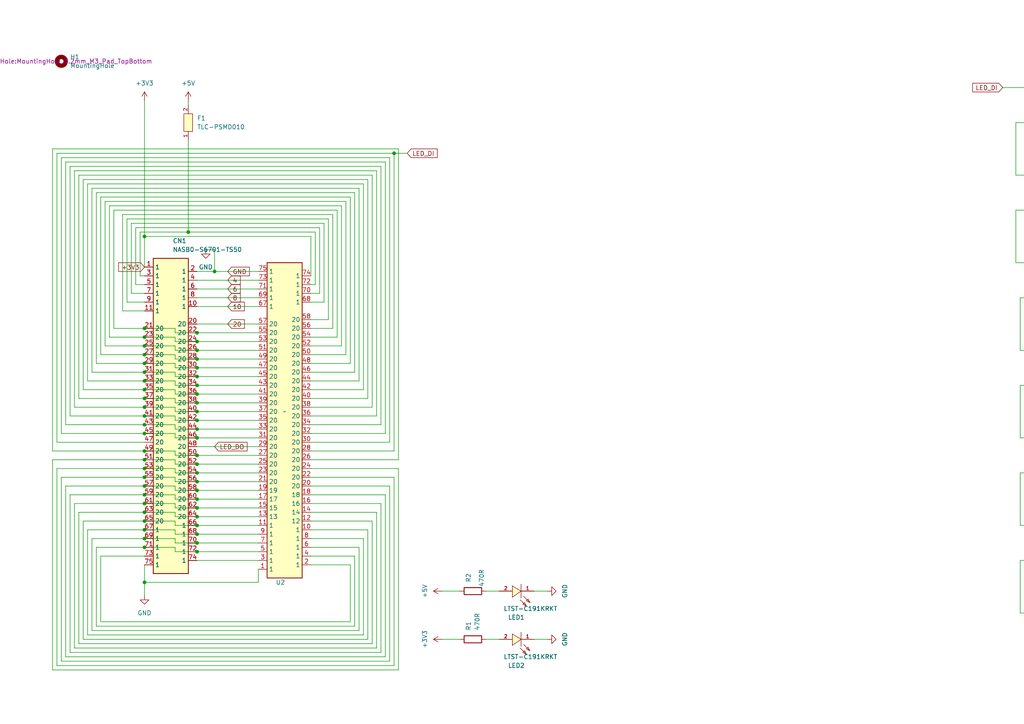
<source format=kicad_sch>
(kicad_sch (version 20230121) (generator eeschema)
  (paper "A4")
  (junction (at 415.29 92.71))
  (junction (at 41.91 156.21))
  (junction (at 57.15 134.62))
  (junction (at 41.91 113.03))
  (junction (at 57.15 157.48))
  (junction (at 57.15 96.52))
  (junction (at 57.15 160.02))
  (junction (at 57.15 104.14))
  (junction (at 57.15 114.3))
  (junction (at 57.15 152.4))
  (junction (at 41.91 68.58))
  (junction (at 57.15 109.22))
  (junction (at 41.91 107.95))
  (junction (at 57.15 137.16))
  (junction (at 41.91 133.35))
  (junction (at 57.15 111.76))
  (junction (at 41.91 97.79))
  (junction (at 57.15 116.84))
  (junction (at 41.91 143.51))
  (junction (at 57.15 124.46))
  (junction (at 57.15 132.08))
  (junction (at 57.15 127))
  (junction (at 41.91 158.75))
  (junction (at 57.15 149.86))
  (junction (at 41.91 105.41))
  (junction (at 41.91 95.25))
  (junction (at 41.91 138.43))
  (junction (at 57.15 99.06))
  (junction (at 62.23 78.74))
  (junction (at 41.91 100.33))
  (junction (at 41.91 118.11))
  (junction (at 57.15 154.94))
  (junction (at 57.15 139.7))
  (junction (at 54.61 67.31))
  (junction (at 57.15 147.32))
  (junction (at 57.15 106.68))
  (junction (at 41.91 102.87))
  (junction (at 57.15 144.78))
  (junction (at 57.15 142.24))
  (junction (at 41.91 130.81))
  (junction (at 416.56 194.31))
  (junction (at 57.15 119.38))
  (junction (at 41.91 135.89))
  (junction (at 57.15 121.92))
  (junction (at 41.91 125.73))
  (junction (at 41.91 168.91))
  (junction (at 41.91 115.57))
  (junction (at 41.91 146.05))
  (junction (at 41.91 123.19))
  (junction (at 114.3 44.45))
  (junction (at 41.91 148.59))
  (junction (at 41.91 153.67))
  (junction (at 41.91 110.49))
  (junction (at 57.15 101.6))
  (junction (at 41.91 151.13))
  (junction (at 41.91 140.97))
  (junction (at 41.91 120.65))
  (wire (pts (xy 41.91 102.87) (xy 50.8 102.87)))
  (wire (pts (xy 396.24 5.08) (xy 396.24 6.35)))
  (wire (pts (xy 415.29 92.71) (xy 415.29 88.9)))
  (wire (pts (xy 359.41 130.81) (xy 359.41 132.08)))
  (wire (pts (xy 110.49 123.19) (xy 110.49 48.26)))
  (wire (pts (xy 321.31 152.4) (xy 341.63 152.4)))
  (wire (pts (xy 433.07 101.6) (xy 433.07 95.25)))
  (wire (pts (xy 307.34 233.68) (xy 307.34 234.95)))
  (wire (pts (xy 411.48 50.8) (xy 431.8 50.8)))
  (wire (pts (xy 306.07 106.68) (xy 306.07 107.95)))
  (wire (pts (xy 344.17 87.63) (xy 344.17 101.6)))
  (wire (pts (xy 105.41 53.34) (xy 25.4 53.34)))
  (wire (pts (xy 364.49 66.04) (xy 364.49 67.31)))
  (wire (pts (xy 387.35 66.04) (xy 387.35 67.31)))
  (wire (pts (xy 297.18 254) (xy 320.04 254)))
  (wire (pts (xy 411.48 25.4) (xy 431.8 25.4)))
  (wire (pts (xy 364.49 101.6) (xy 364.49 95.25)))
  (wire (pts (xy 426.72 54.61) (xy 426.72 55.88)))
  (wire (pts (xy 41.91 105.41) (xy 27.94 105.41)))
  (wire (pts (xy 307.34 208.28) (xy 307.34 209.55)))
  (wire (pts (xy 436.88 214.63) (xy 436.88 238.76)))
  (wire (pts (xy 381 54.61) (xy 381 55.88)))
  (wire (pts (xy 349.25 273.05) (xy 349.25 275.59)))
  (wire (pts (xy 41.91 138.43) (xy 50.8 138.43)))
  (wire (pts (xy 326.39 273.05) (xy 326.39 275.59)))
  (wire (pts (xy 415.29 138.43) (xy 435.61 138.43)))
  (wire (pts (xy 388.62 50.8) (xy 408.94 50.8)))
  (wire (pts (xy 314.96 232.41) (xy 314.96 233.68)))
  (wire (pts (xy 323.85 113.03) (xy 344.17 113.03)))
  (wire (pts (xy 389.89 101.6) (xy 410.21 101.6)))
  (wire (pts (xy 325.12 171.45) (xy 325.12 173.99)))
  (wire (pts (xy 41.91 125.73) (xy 50.8 125.73)))
  (wire (pts (xy 323.85 95.25) (xy 323.85 97.79)))
  (wire (pts (xy 90.17 128.27) (xy 113.03 128.27)))
  (wire (pts (xy 50.8 119.38) (xy 57.15 119.38)))
  (wire (pts (xy 50.8 127) (xy 57.15 127)))
  (wire (pts (xy 363.22 15.24) (xy 363.22 16.51)))
  (wire (pts (xy 50.8 107.95) (xy 50.8 109.22)))
  (wire (pts (xy 336.55 105.41) (xy 336.55 106.68)))
  (wire (pts (xy 368.3 240.03) (xy 368.3 254)))
  (wire (pts (xy 391.16 189.23) (xy 391.16 203.2)))
  (wire (pts (xy 342.9 25.4) (xy 363.22 25.4)))
  (wire (pts (xy 41.91 151.13) (xy 50.8 151.13)))
  (wire (pts (xy 323.85 118.11) (xy 323.85 113.03)))
  (wire (pts (xy 57.15 147.32) (xy 74.93 147.32)))
  (wire (pts (xy 393.7 245.11) (xy 393.7 240.03)))
  (wire (pts (xy 360.68 257.81) (xy 360.68 259.08)))
  (wire (pts (xy 297.18 187.96) (xy 297.18 203.2)))
  (wire (pts (xy 50.8 135.89) (xy 50.8 137.16)))
  (wire (pts (xy 370.84 168.91) (xy 370.84 163.83)))
  (wire (pts (xy 321.31 127) (xy 341.63 127)))
  (wire (pts (xy 434.34 203.2) (xy 434.34 196.85)))
  (wire (pts (xy 382.27 156.21) (xy 382.27 157.48)))
  (wire (pts (xy 57.15 154.94) (xy 74.93 154.94)))
  (wire (pts (xy 320.04 218.44) (xy 320.04 219.71)))
  (wire (pts (xy 323.85 87.63) (xy 344.17 87.63)))
  (wire (pts (xy 41.91 100.33) (xy 50.8 100.33)))
  (wire (pts (xy 344.17 113.03) (xy 344.17 127)))
  (wire (pts (xy 107.95 151.13) (xy 107.95 186.69)))
  (wire (pts (xy 391.16 228.6) (xy 411.48 228.6)))
  (wire (pts (xy 303.53 273.05) (xy 303.53 275.59)))
  (wire (pts (xy 101.6 57.15) (xy 29.21 57.15)))
  (wire (pts (xy 105.41 113.03) (xy 105.41 53.34)))
  (wire (pts (xy 302.26 168.91) (xy 302.26 163.83)))
  (wire (pts (xy 391.16 36.83) (xy 411.48 36.83)))
  (wire (pts (xy 419.1 5.08) (xy 419.1 6.35)))
  (wire (pts (xy 434.34 60.96) (xy 294.64 60.96)))
  (wire (pts (xy 90.17 153.67) (xy 106.68 153.67)))
  (wire (pts (xy 345.44 177.8) (xy 365.76 177.8)))
  (wire (pts (xy 382.27 130.81) (xy 382.27 132.08)))
  (wire (pts (xy 345.44 254) (xy 365.76 254)))
  (wire (pts (xy 420.37 132.08) (xy 420.37 133.35)))
  (wire (pts (xy 342.9 36.83) (xy 342.9 50.8)))
  (wire (pts (xy 335.28 29.21) (xy 335.28 30.48)))
  (wire (pts (xy 342.9 167.64) (xy 342.9 168.91)))
  (wire (pts (xy 41.91 100.33) (xy 30.48 100.33)))
  (wire (pts (xy 340.36 50.8) (xy 340.36 44.45)))
  (wire (pts (xy 434.34 193.04) (xy 434.34 194.31)))
  (wire (pts (xy 408.94 40.64) (xy 408.94 41.91)))
  (wire (pts (xy 411.48 193.04) (xy 411.48 194.31)))
  (wire (pts (xy 50.8 140.97) (xy 50.8 142.24)))
  (wire (pts (xy 387.35 76.2) (xy 387.35 69.85)))
  (wire (pts (xy 41.91 156.21) (xy 50.8 156.21)))
  (wire (pts (xy 54.61 40.64) (xy 54.61 67.31)))
  (wire (pts (xy 50.8 133.35) (xy 50.8 134.62)))
  (wire (pts (xy 302.26 222.25) (xy 302.26 224.79)))
  (wire (pts (xy 346.71 118.11) (xy 346.71 113.03)))
  (wire (pts (xy 415.29 93.98) (xy 415.29 92.71)))
  (wire (pts (xy 368.3 254) (xy 388.62 254)))
  (wire (pts (xy 50.8 106.68) (xy 57.15 106.68)))
  (wire (pts (xy 346.71 67.31) (xy 346.71 62.23)))
  (wire (pts (xy 29.21 57.15) (xy 29.21 102.87)))
  (wire (pts (xy 414.02 36.83) (xy 434.34 36.83)))
  (wire (pts (xy 295.91 111.76) (xy 295.91 127)))
  (wire (pts (xy 318.77 120.65) (xy 318.77 127)))
  (wire (pts (xy 41.91 77.47) (xy 41.91 68.58)))
  (wire (pts (xy 300.99 92.71) (xy 300.99 87.63)))
  (wire (pts (xy 436.88 240.03) (xy 436.88 264.16)))
  (wire (pts (xy 420.37 182.88) (xy 420.37 184.15)))
  (wire (pts (xy 347.98 247.65) (xy 347.98 250.19)))
  (wire (pts (xy 20.32 48.26) (xy 20.32 120.65)))
  (wire (pts (xy 392.43 92.71) (xy 392.43 87.63)))
  (wire (pts (xy 57.15 149.86) (xy 74.93 149.86)))
  (wire (pts (xy 403.86 29.21) (xy 403.86 30.48)))
  (wire (pts (xy 41.91 118.11) (xy 21.59 118.11)))
  (wire (pts (xy 109.22 187.96) (xy 109.22 148.59)))
  (wire (pts (xy 299.72 41.91) (xy 299.72 36.83)))
  (wire (pts (xy 41.91 146.05) (xy 21.59 146.05)))
  (wire (pts (xy 345.44 19.05) (xy 345.44 21.59)))
  (wire (pts (xy 93.98 64.77) (xy 38.1 64.77)))
  (wire (pts (xy 434.34 228.6) (xy 434.34 222.25)))
  (wire (pts (xy 50.8 148.59) (xy 50.8 149.86)))
  (wire (pts (xy 431.8 25.4) (xy 431.8 19.05)))
  (wire (pts (xy 386.08 25.4) (xy 386.08 19.05)))
  (wire (pts (xy 106.68 115.57) (xy 106.68 52.07)))
  (wire (pts (xy 57.15 119.38) (xy 74.93 119.38)))
  (wire (pts (xy 330.2 208.28) (xy 330.2 209.55)))
  (wire (pts (xy 351.79 132.08) (xy 351.79 133.35)))
  (wire (pts (xy 416.56 240.03) (xy 436.88 240.03)))
  (wire (pts (xy 389.89 87.63) (xy 389.89 101.6)))
  (wire (pts (xy 414.02 203.2) (xy 434.34 203.2)))
  (wire (pts (xy 50.8 124.46) (xy 57.15 124.46)))
  (wire (pts (xy 41.91 146.05) (xy 50.8 146.05)))
  (wire (pts (xy 313.69 130.81) (xy 313.69 132.08)))
  (wire (pts (xy 154.94 171.45) (xy 158.75 171.45)))
  (wire (pts (xy 392.43 113.03) (xy 412.75 113.03)))
  (wire (pts (xy 41.91 107.95) (xy 50.8 107.95)))
  (wire (pts (xy 50.8 96.52) (xy 57.15 96.52)))
  (wire (pts (xy 327.66 5.08) (xy 327.66 6.35)))
  (wire (pts (xy 410.21 127) (xy 410.21 120.65)))
  (wire (pts (xy 297.18 264.16) (xy 297.18 279.4)))
  (wire (pts (xy 321.31 87.63) (xy 321.31 101.6)))
  (wire (pts (xy 411.48 167.64) (xy 411.48 168.91)))
  (wire (pts (xy 416.56 190.5) (xy 438.15 190.5)))
  (wire (pts (xy 346.71 87.63) (xy 367.03 87.63)))
  (wire (pts (xy 368.3 177.8) (xy 388.62 177.8)))
  (wire (pts (xy 393.7 214.63) (xy 414.02 214.63)))
  (wire (pts (xy 360.68 207.01) (xy 360.68 208.28)))
  (wire (pts (xy 345.44 214.63) (xy 345.44 228.6)))
  (wire (pts (xy 391.16 44.45) (xy 391.16 46.99)))
  (wire (pts (xy 102.87 107.95) (xy 90.17 107.95)))
  (wire (pts (xy 435.61 111.76) (xy 295.91 111.76)))
  (wire (pts (xy 50.8 116.84) (xy 57.15 116.84)))
  (wire (pts (xy 342.9 218.44) (xy 342.9 219.71)))
  (wire (pts (xy 414.02 177.8) (xy 434.34 177.8)))
  (wire (pts (xy 434.34 167.64) (xy 434.34 168.91)))
  (wire (pts (xy 57.15 134.62) (xy 74.93 134.62)))
  (wire (pts (xy 92.71 66.04) (xy 92.71 85.09)))
  (wire (pts (xy 318.77 142.24) (xy 318.77 143.51)))
  (wire (pts (xy 24.13 185.42) (xy 106.68 185.42)))
  (wire (pts (xy 41.91 120.65) (xy 50.8 120.65)))
  (wire (pts (xy 57.15 109.22) (xy 74.93 109.22)))
  (wire (pts (xy 345.44 240.03) (xy 345.44 254)))
  (wire (pts (xy 57.15 137.16) (xy 74.93 137.16)))
  (wire (pts (xy 421.64 233.68) (xy 421.64 234.95)))
  (wire (pts (xy 313.69 156.21) (xy 313.69 157.48)))
  (wire (pts (xy 302.26 247.65) (xy 302.26 250.19)))
  (wire (pts (xy 347.98 219.71) (xy 347.98 214.63)))
  (wire (pts (xy 340.36 25.4) (xy 340.36 19.05)))
  (wire (pts (xy 15.24 194.31) (xy 115.57 194.31)))
  (wire (pts (xy 57.15 111.76) (xy 74.93 111.76)))
  (wire (pts (xy 50.8 134.62) (xy 57.15 134.62)))
  (wire (pts (xy 414.02 163.83) (xy 414.02 177.8)))
  (wire (pts (xy 346.71 143.51) (xy 346.71 138.43)))
  (wire (pts (xy 433.07 127) (xy 433.07 120.65)))
  (wire (pts (xy 50.8 109.22) (xy 57.15 109.22)))
  (wire (pts (xy 133.35 185.42) (xy 128.27 185.42)))
  (wire (pts (xy 41.91 133.35) (xy 15.24 133.35)))
  (wire (pts (xy 410.21 91.44) (xy 410.21 92.71)))
  (wire (pts (xy 322.58 19.05) (xy 322.58 21.59)))
  (wire (pts (xy 392.43 67.31) (xy 392.43 62.23)))
  (wire (pts (xy 50.8 123.19) (xy 50.8 124.46)))
  (wire (pts (xy 406.4 207.01) (xy 406.4 208.28)))
  (wire (pts (xy 115.57 133.35) (xy 115.57 43.18)))
  (wire (pts (xy 369.57 118.11) (xy 369.57 113.03)))
  (wire (pts (xy 110.49 189.23) (xy 20.32 189.23)))
  (wire (pts (xy 438.15 213.36) (xy 298.45 213.36)))
  (wire (pts (xy 297.18 203.2) (xy 320.04 203.2)))
  (wire (pts (xy 50.8 101.6) (xy 57.15 101.6)))
  (wire (pts (xy 363.22 50.8) (xy 363.22 44.45)))
  (wire (pts (xy 320.04 50.8) (xy 340.36 50.8)))
  (wire (pts (xy 50.8 125.73) (xy 50.8 127)))
  (wire (pts (xy 427.99 105.41) (xy 427.99 106.68)))
  (wire (pts (xy 346.71 146.05) (xy 346.71 148.59)))
  (wire (pts (xy 412.75 113.03) (xy 412.75 127)))
  (wire (pts (xy 93.98 87.63) (xy 93.98 64.77)))
  (wire (pts (xy 364.49 152.4) (xy 364.49 146.05)))
  (wire (pts (xy 15.24 43.18) (xy 15.24 130.81)))
  (wire (pts (xy 347.98 222.25) (xy 347.98 224.79)))
  (wire (pts (xy 57.15 93.98) (xy 74.93 93.98)))
  (wire (pts (xy 365.76 167.64) (xy 365.76 168.91)))
  (wire (pts (xy 90.17 143.51) (xy 111.76 143.51)))
  (wire (pts (xy 29.21 102.87) (xy 41.91 102.87)))
  (wire (pts (xy 90.17 125.73) (xy 111.76 125.73)))
  (wire (pts (xy 419.1 55.88) (xy 419.1 57.15)))
  (wire (pts (xy 347.98 163.83) (xy 368.3 163.83)))
  (wire (pts (xy 405.13 130.81) (xy 405.13 132.08)))
  (wire (pts (xy 17.78 138.43) (xy 17.78 191.77)))
  (wire (pts (xy 91.44 82.55) (xy 90.17 82.55)))
  (wire (pts (xy 50.8 110.49) (xy 50.8 111.76)))
  (wire (pts (xy 57.15 162.56) (xy 74.93 162.56)))
  (wire (pts (xy 107.95 50.8) (xy 22.86 50.8)))
  (wire (pts (xy 90.17 95.25) (xy 96.52 95.25)))
  (wire (pts (xy 345.44 44.45) (xy 345.44 46.99)))
  (wire (pts (xy 383.54 257.81) (xy 383.54 259.08)))
  (wire (pts (xy 41.91 123.19) (xy 19.05 123.19)))
  (wire (pts (xy 318.77 66.04) (xy 318.77 67.31)))
  (wire (pts (xy 294.64 35.56) (xy 294.64 50.8)))
  (wire (pts (xy 346.71 69.85) (xy 346.71 72.39)))
  (wire (pts (xy 372.11 270.51) (xy 372.11 265.43)))
  (wire (pts (xy 434.34 177.8) (xy 434.34 171.45)))
  (wire (pts (xy 351.79 182.88) (xy 351.79 184.15)))
  (wire (pts (xy 300.99 69.85) (xy 300.99 72.39)))
  (wire (pts (xy 90.17 100.33) (xy 99.06 100.33)))
  (wire (pts (xy 330.2 233.68) (xy 330.2 234.95)))
  (wire (pts (xy 50.8 99.06) (xy 57.15 99.06)))
  (wire (pts (xy 50.8 157.48) (xy 57.15 157.48)))
  (wire (pts (xy 323.85 265.43) (xy 323.85 279.4)))
  (wire (pts (xy 299.72 44.45) (xy 299.72 46.99)))
  (wire (pts (xy 113.03 128.27) (xy 113.03 45.72)))
  (wire (pts (xy 41.91 161.29) (xy 29.21 161.29)))
  (wire (pts (xy 30.48 58.42) (xy 100.33 58.42)))
  (wire (pts (xy 369.57 120.65) (xy 369.57 123.19)))
  (wire (pts (xy 57.15 116.84) (xy 74.93 116.84)))
  (wire (pts (xy 50.8 154.94) (xy 57.15 154.94)))
  (wire (pts (xy 106.68 52.07) (xy 24.13 52.07)))
  (wire (pts (xy 374.65 182.88) (xy 374.65 184.15)))
  (wire (pts (xy 50.8 138.43) (xy 50.8 139.7)))
  (wire (pts (xy 392.43 143.51) (xy 392.43 138.43)))
  (wire (pts (xy 317.5 50.8) (xy 317.5 44.45)))
  (wire (pts (xy 295.91 162.56) (xy 295.91 177.8)))
  (wire (pts (xy 318.77 101.6) (xy 318.77 95.25)))
  (wire (pts (xy 412.75 127) (xy 433.07 127)))
  (wire (pts (xy 373.38 81.28) (xy 373.38 82.55)))
  (wire (pts (xy 411.48 218.44) (xy 411.48 219.71)))
  (wire (pts (xy 300.99 118.11) (xy 300.99 113.03)))
  (wire (pts (xy 50.8 120.65) (xy 50.8 121.92)))
  (wire (pts (xy 41.91 68.58) (xy 90.17 68.58)))
  (wire (pts (xy 347.98 245.11) (xy 347.98 240.03)))
  (wire (pts (xy 392.43 138.43) (xy 412.75 138.43)))
  (wire (pts (xy 436.88 264.16) (xy 297.18 264.16)))
  (wire (pts (xy 325.12 245.11) (xy 325.12 240.03)))
  (wire (pts (xy 369.57 279.4) (xy 389.89 279.4)))
  (wire (pts (xy 405.13 156.21) (xy 405.13 157.48)))
  (wire (pts (xy 41.91 156.21) (xy 26.67 156.21)))
  (wire (pts (xy 346.71 265.43) (xy 346.71 279.4)))
  (wire (pts (xy 370.84 189.23) (xy 391.16 189.23)))
  (wire (pts (xy 435.61 138.43) (xy 435.61 162.56)))
  (wire (pts (xy 416.56 168.91) (xy 416.56 163.83)))
  (wire (pts (xy 320.04 25.4) (xy 340.36 25.4)))
  (wire (pts (xy 405.13 105.41) (xy 405.13 106.68)))
  (wire (pts (xy 299.72 16.51) (xy 299.72 11.43)))
  (wire (pts (xy 397.51 132.08) (xy 397.51 133.35)))
  (wire (pts (xy 41.91 151.13) (xy 24.13 151.13)))
  (wire (pts (xy 341.63 127) (xy 341.63 120.65)))
  (wire (pts (xy 304.8 55.88) (xy 304.8 57.15)))
  (wire (pts (xy 113.03 45.72) (xy 17.78 45.72)))
  (wire (pts (xy 359.41 105.41) (xy 359.41 106.68)))
  (wire (pts (xy 41.91 87.63) (xy 36.83 87.63)))
  (wire (pts (xy 410.21 142.24) (xy 410.21 143.51)))
  (wire (pts (xy 294.64 76.2) (xy 318.77 76.2)))
  (wire (pts (xy 50.8 114.3) (xy 57.15 114.3)))
  (wire (pts (xy 393.7 171.45) (xy 393.7 173.99)))
  (wire (pts (xy 389.89 152.4) (xy 410.21 152.4)))
  (wire (pts (xy 375.92 233.68) (xy 375.92 234.95)))
  (wire (pts (xy 359.41 156.21) (xy 359.41 157.48)))
  (wire (pts (xy 19.05 190.5) (xy 19.05 140.97)))
  (wire (pts (xy 347.98 194.31) (xy 347.98 189.23)))
  (wire (pts (xy 303.53 270.51) (xy 303.53 265.43)))
  (wire (pts (xy 412.75 152.4) (xy 433.07 152.4)))
  (wire (pts (xy 344.17 127) (xy 364.49 127)))
  (wire (pts (xy 16.51 135.89) (xy 41.91 135.89)))
  (wire (pts (xy 22.86 115.57) (xy 41.91 115.57)))
  (wire (pts (xy 62.23 72.39) (xy 59.69 72.39)))
  (wire (pts (xy 412.75 62.23) (xy 412.75 76.2)))
  (wire (pts (xy 318.77 152.4) (xy 318.77 146.05)))
  (wire (pts (xy 353.06 259.08) (xy 353.06 260.35)))
  (wire (pts (xy 383.54 232.41) (xy 383.54 233.68)))
  (wire (pts (xy 368.3 44.45) (xy 368.3 46.99)))
  (wire (pts (xy 50.8 95.25) (xy 50.8 96.52)))
  (wire (pts (xy 39.37 66.04) (xy 92.71 66.04)))
  (wire (pts (xy 387.35 152.4) (xy 387.35 146.05)))
  (wire (pts (xy 322.58 41.91) (xy 322.58 36.83)))
  (wire (pts (xy 320.04 36.83) (xy 320.04 50.8)))
  (wire (pts (xy 346.71 279.4) (xy 367.03 279.4)))
  (wire (pts (xy 388.62 203.2) (xy 388.62 196.85)))
  (wire (pts (xy 302.26 163.83) (xy 322.58 163.83)))
  (wire (pts (xy 414.02 240.03) (xy 414.02 254)))
  (wire (pts (xy 90.17 113.03) (xy 105.41 113.03)))
  (wire (pts (xy 54.61 67.31) (xy 91.44 67.31)))
  (wire (pts (xy 381 80.01) (xy 381 81.28)))
  (wire (pts (xy 369.57 146.05) (xy 369.57 148.59)))
  (wire (pts (xy 57.15 81.28) (xy 74.93 81.28)))
  (wire (pts (xy 370.84 222.25) (xy 370.84 224.79)))
  (wire (pts (xy 412.75 101.6) (xy 433.07 101.6)))
  (wire (pts (xy 57.15 157.48) (xy 74.93 157.48)))
  (wire (pts (xy 295.91 177.8) (xy 320.04 177.8)))
  (wire (pts (xy 50.8 105.41) (xy 50.8 106.68)))
  (wire (pts (xy 350.52 81.28) (xy 350.52 82.55)))
  (wire (pts (xy 414.02 19.05) (xy 414.02 21.59)))
  (wire (pts (xy 344.17 101.6) (xy 364.49 101.6)))
  (wire (pts (xy 365.76 228.6) (xy 365.76 222.25)))
  (wire (pts (xy 419.1 81.28) (xy 419.1 82.55)))
  (wire (pts (xy 353.06 233.68) (xy 353.06 234.95)))
  (wire (pts (xy 388.62 36.83) (xy 388.62 50.8)))
  (wire (pts (xy 429.26 207.01) (xy 429.26 208.28)))
  (wire (pts (xy 341.63 142.24) (xy 341.63 143.51)))
  (wire (pts (xy 370.84 171.45) (xy 370.84 173.99)))
  (wire (pts (xy 335.28 54.61) (xy 335.28 55.88)))
  (wire (pts (xy 21.59 49.53) (xy 109.22 49.53)))
  (wire (pts (xy 19.05 123.19) (xy 19.05 46.99)))
  (wire (pts (xy 427.99 181.61) (xy 427.99 182.88)))
  (wire (pts (xy 415.29 67.31) (xy 415.29 62.23)))
  (wire (pts (xy 26.67 54.61) (xy 104.14 54.61)))
  (wire (pts (xy 325.12 222.25) (xy 325.12 224.79)))
  (wire (pts (xy 408.94 50.8) (xy 408.94 44.45)))
  (wire (pts (xy 323.85 120.65) (xy 323.85 123.19)))
  (wire (pts (xy 50.8 102.87) (xy 50.8 104.14)))
  (wire (pts (xy 41.91 107.95) (xy 26.67 107.95)))
  (wire (pts (xy 383.54 207.01) (xy 383.54 208.28)))
  (wire (pts (xy 90.17 148.59) (xy 109.22 148.59)))
  (wire (pts (xy 410.21 76.2) (xy 410.21 69.85)))
  (wire (pts (xy 328.93 132.08) (xy 328.93 133.35)))
  (wire (pts (xy 365.76 11.43) (xy 365.76 25.4)))
  (wire (pts (xy 398.78 208.28) (xy 398.78 209.55)))
  (wire (pts (xy 368.3 36.83) (xy 388.62 36.83)))
  (wire (pts (xy 300.99 143.51) (xy 300.99 138.43)))
  (wire (pts (xy 351.79 106.68) (xy 351.79 107.95)))
  (wire (pts (xy 337.82 232.41) (xy 337.82 233.68)))
  (wire (pts (xy 41.91 82.55) (xy 39.37 82.55)))
  (wire (pts (xy 92.71 85.09) (xy 90.17 85.09)))
  (wire (pts (xy 300.99 62.23) (xy 321.31 62.23)))
  (wire (pts (xy 346.71 113.03) (xy 367.03 113.03)))
  (wire (pts (xy 405.13 181.61) (xy 405.13 182.88)))
  (wire (pts (xy 427.99 130.81) (xy 427.99 132.08)))
  (wire (pts (xy 365.76 50.8) (xy 386.08 50.8)))
  (wire (pts (xy 406.4 232.41) (xy 406.4 233.68)))
  (wire (pts (xy 415.29 95.25) (xy 415.29 97.79)))
  (wire (pts (xy 50.8 152.4) (xy 57.15 152.4)))
  (wire (pts (xy 396.24 81.28) (xy 396.24 82.55)))
  (wire (pts (xy 21.59 187.96) (xy 109.22 187.96)))
  (wire (pts (xy 24.13 113.03) (xy 41.91 113.03)))
  (wire (pts (xy 387.35 127) (xy 387.35 120.65)))
  (wire (pts (xy 109.22 49.53) (xy 109.22 120.65)))
  (wire (pts (xy 297.18 238.76) (xy 297.18 254)))
  (wire (pts (xy 115.57 194.31) (xy 115.57 135.89)))
  (wire (pts (xy 21.59 118.11) (xy 21.59 49.53)))
  (wire (pts (xy 41.91 115.57) (xy 50.8 115.57)))
  (wire (pts (xy 372.11 273.05) (xy 372.11 275.59)))
  (wire (pts (xy 386.08 15.24) (xy 386.08 16.51)))
  (wire (pts (xy 41.91 168.91) (xy 74.93 168.91)))
  (wire (pts (xy 388.62 167.64) (xy 388.62 168.91)))
  (wire (pts (xy 50.8 158.75) (xy 50.8 160.02)))
  (wire (pts (xy 295.91 152.4) (xy 318.77 152.4)))
  (wire (pts (xy 392.43 87.63) (xy 412.75 87.63)))
  (wire (pts (xy 342.9 193.04) (xy 342.9 194.31)))
  (wire (pts (xy 420.37 106.68) (xy 420.37 107.95)))
  (wire (pts (xy 111.76 190.5) (xy 19.05 190.5)))
  (wire (pts (xy 102.87 161.29) (xy 102.87 181.61)))
  (wire (pts (xy 345.44 11.43) (xy 365.76 11.43)))
  (wire (pts (xy 397.51 182.88) (xy 397.51 184.15)))
  (wire (pts (xy 294.64 60.96) (xy 294.64 76.2)))
  (wire (pts (xy 102.87 181.61) (xy 27.94 181.61)))
  (wire (pts (xy 387.35 91.44) (xy 387.35 92.71)))
  (wire (pts (xy 96.52 62.23) (xy 35.56 62.23)))
  (wire (pts (xy 314.96 257.81) (xy 314.96 259.08)))
  (wire (pts (xy 22.86 50.8) (xy 22.86 115.57)))
  (wire (pts (xy 403.86 80.01) (xy 403.86 81.28)))
  (wire (pts (xy 340.36 40.64) (xy 340.36 41.91)))
  (wire (pts (xy 349.25 265.43) (xy 369.57 265.43)))
  (wire (pts (xy 388.62 218.44) (xy 388.62 219.71)))
  (wire (pts (xy 322.58 203.2) (xy 342.9 203.2)))
  (wire (pts (xy 16.51 128.27) (xy 16.51 44.45)))
  (wire (pts (xy 414.02 44.45) (xy 414.02 46.99)))
  (wire (pts (xy 57.15 104.14) (xy 74.93 104.14)))
  (wire (pts (xy 95.25 92.71) (xy 90.17 92.71)))
  (wire (pts (xy 367.03 152.4) (xy 387.35 152.4)))
  (wire (pts (xy 328.93 157.48) (xy 328.93 158.75)))
  (wire (pts (xy 365.76 243.84) (xy 365.76 245.11)))
  (wire (pts (xy 387.35 116.84) (xy 387.35 118.11)))
  (wire (pts (xy 391.16 16.51) (xy 391.16 11.43)))
  (wire (pts (xy 364.49 91.44) (xy 364.49 92.71)))
  (wire (pts (xy 392.43 69.85) (xy 392.43 72.39)))
  (wire (pts (xy 323.85 138.43) (xy 344.17 138.43)))
  (wire (pts (xy 302.26 245.11) (xy 302.26 240.03)))
  (wire (pts (xy 410.21 101.6) (xy 410.21 95.25)))
  (wire (pts (xy 325.12 196.85) (xy 325.12 199.39)))
  (wire (pts (xy 347.98 171.45) (xy 347.98 173.99)))
  (wire (pts (xy 27.94 55.88) (xy 102.87 55.88)))
  (wire (pts (xy 57.15 144.78) (xy 74.93 144.78)))
  (wire (pts (xy 320.04 11.43) (xy 320.04 25.4)))
  (wire (pts (xy 391.16 203.2) (xy 411.48 203.2)))
  (wire (pts (xy 416.56 245.11) (xy 416.56 240.03)))
  (wire (pts (xy 391.16 41.91) (xy 391.16 36.83)))
  (wire (pts (xy 392.43 120.65) (xy 392.43 123.19)))
  (wire (pts (xy 300.99 146.05) (xy 300.99 148.59)))
  (wire (pts (xy 90.17 161.29) (xy 102.87 161.29)))
  (wire (pts (xy 57.15 124.46) (xy 74.93 124.46)))
  (wire (pts (xy 322.58 11.43) (xy 342.9 11.43)))
  (wire (pts (xy 363.22 40.64) (xy 363.22 41.91)))
  (wire (pts (xy 25.4 153.67) (xy 41.91 153.67)))
  (wire (pts (xy 429.26 232.41) (xy 429.26 233.68)))
  (wire (pts (xy 408.94 25.4) (xy 408.94 19.05)))
  (wire (pts (xy 36.83 63.5) (xy 95.25 63.5)))
  (wire (pts (xy 435.61 86.36) (xy 295.91 86.36)))
  (wire (pts (xy 101.6 105.41) (xy 101.6 57.15)))
  (wire (pts (xy 416.56 247.65) (xy 416.56 250.19)))
  (wire (pts (xy 41.91 133.35) (xy 50.8 133.35)))
  (wire (pts (xy 392.43 118.11) (xy 392.43 113.03)))
  (wire (pts (xy 389.89 269.24) (xy 389.89 270.51)))
  (wire (pts (xy 33.02 60.96) (xy 97.79 60.96)))
  (wire (pts (xy 41.91 110.49) (xy 50.8 110.49)))
  (wire (pts (xy 434.34 243.84) (xy 434.34 245.11)))
  (wire (pts (xy 416.56 163.83) (xy 436.88 163.83)))
  (wire (pts (xy 91.44 67.31) (xy 91.44 82.55)))
  (wire (pts (xy 29.21 180.34) (xy 101.6 180.34)))
  (wire (pts (xy 325.12 214.63) (xy 345.44 214.63)))
  (wire (pts (xy 391.16 177.8) (xy 411.48 177.8)))
  (wire (pts (xy 411.48 254) (xy 411.48 247.65)))
  (wire (pts (xy 90.17 140.97) (xy 113.03 140.97)))
  (wire (pts (xy 397.51 157.48) (xy 397.51 158.75)))
  (wire (pts (xy 389.89 62.23) (xy 389.89 76.2)))
  (wire (pts (xy 328.93 106.68) (xy 328.93 107.95)))
  (wire (pts (xy 416.56 219.71) (xy 416.56 214.63)))
  (wire (pts (xy 27.94 158.75) (xy 41.91 158.75)))
  (wire (pts (xy 325.12 247.65) (xy 325.12 250.19)))
  (wire (pts (xy 57.15 152.4) (xy 74.93 152.4)))
  (wire (pts (xy 57.15 83.82) (xy 74.93 83.82)))
  (wire (pts (xy 107.95 186.69) (xy 22.86 186.69)))
  (wire (pts (xy 337.82 257.81) (xy 337.82 259.08)))
  (wire (pts (xy 15.24 130.81) (xy 41.91 130.81)))
  (wire (pts (xy 344.17 279.4) (xy 344.17 273.05)))
  (wire (pts (xy 416.56 195.58) (xy 416.56 194.31)))
  (wire (pts (xy 431.8 15.24) (xy 431.8 16.51)))
  (wire (pts (xy 341.63 66.04) (xy 341.63 67.31)))
  (wire (pts (xy 41.91 113.03) (xy 50.8 113.03)))
  (wire (pts (xy 419.1 30.48) (xy 419.1 31.75)))
  (wire (pts (xy 105.41 156.21) (xy 105.41 184.15)))
  (wire (pts (xy 374.65 106.68) (xy 374.65 107.95)))
  (wire (pts (xy 412.75 138.43) (xy 412.75 152.4)))
  (wire (pts (xy 320.04 167.64) (xy 320.04 168.91)))
  (wire (pts (xy 31.75 97.79) (xy 41.91 97.79)))
  (wire (pts (xy 303.53 265.43) (xy 323.85 265.43)))
  (wire (pts (xy 50.8 113.03) (xy 50.8 114.3)))
  (wire (pts (xy 294.64 50.8) (xy 317.5 50.8)))
  (wire (pts (xy 433.07 91.44) (xy 433.07 92.71)))
  (wire (pts (xy 435.61 88.9) (xy 435.61 111.76)))
  (wire (pts (xy 320.04 193.04) (xy 320.04 194.31)))
  (wire (pts (xy 414.02 254) (xy 434.34 254)))
  (wire (pts (xy 321.31 113.03) (xy 321.31 127)))
  (wire (pts (xy 21.59 146.05) (xy 21.59 187.96)))
  (wire (pts (xy 325.12 163.83) (xy 345.44 163.83)))
  (wire (pts (xy 35.56 90.17) (xy 41.91 90.17)))
  (wire (pts (xy 50.8 143.51) (xy 50.8 144.78)))
  (wire (pts (xy 369.57 265.43) (xy 369.57 279.4)))
  (wire (pts (xy 410.21 66.04) (xy 410.21 67.31)))
  (wire (pts (xy 347.98 196.85) (xy 347.98 199.39)))
  (wire (pts (xy 62.23 78.74) (xy 74.93 78.74)))
  (wire (pts (xy 321.31 62.23) (xy 321.31 76.2)))
  (wire (pts (xy 317.5 15.24) (xy 317.5 16.51)))
  (wire (pts (xy 50.8 142.24) (xy 57.15 142.24)))
  (wire (pts (xy 50.8 118.11) (xy 50.8 119.38)))
  (wire (pts (xy 327.66 55.88) (xy 327.66 57.15)))
  (wire (pts (xy 342.9 254) (xy 342.9 247.65)))
  (wire (pts (xy 414.02 41.91) (xy 414.02 36.83)))
  (wire (pts (xy 397.51 106.68) (xy 397.51 107.95)))
  (wire (pts (xy 365.76 193.04) (xy 365.76 194.31)))
  (wire (pts (xy 367.03 279.4) (xy 367.03 273.05)))
  (wire (pts (xy 295.91 127) (xy 318.77 127)))
  (wire (pts (xy 434.34 254) (xy 434.34 247.65)))
  (wire (pts (xy 114.3 193.04) (xy 16.51 193.04)))
  (wire (pts (xy 57.15 142.24) (xy 74.93 142.24)))
  (wire (pts (xy 346.71 95.25) (xy 346.71 97.79)))
  (wire (pts (xy 345.44 228.6) (xy 365.76 228.6)))
  (wire (pts (xy 302.26 171.45) (xy 302.26 173.99)))
  (wire (pts (xy 90.17 156.21) (xy 105.41 156.21)))
  (wire (pts (xy 370.84 163.83) (xy 391.16 163.83)))
  (wire (pts (xy 318.77 116.84) (xy 318.77 118.11)))
  (wire (pts (xy 369.57 113.03) (xy 389.89 113.03)))
  (wire (pts (xy 322.58 36.83) (xy 342.9 36.83)))
  (wire (pts (xy 393.7 219.71) (xy 393.7 214.63)))
  (wire (pts (xy 364.49 76.2) (xy 364.49 69.85)))
  (wire (pts (xy 38.1 85.09) (xy 41.91 85.09)))
  (wire (pts (xy 16.51 193.04) (xy 16.51 135.89)))
  (wire (pts (xy 341.63 76.2) (xy 341.63 69.85)))
  (wire (pts (xy 321.31 101.6) (xy 341.63 101.6)))
  (wire (pts (xy 342.9 243.84) (xy 342.9 245.11)))
  (wire (pts (xy 370.84 245.11) (xy 370.84 240.03)))
  (wire (pts (xy 110.49 146.05) (xy 110.49 189.23)))
  (wire (pts (xy 344.17 152.4) (xy 364.49 152.4)))
  (wire (pts (xy 90.17 123.19) (xy 110.49 123.19)))
  (wire (pts (xy 40.64 80.01) (xy 40.64 67.31)))
  (wire (pts (xy 387.35 142.24) (xy 387.35 143.51)))
  (wire (pts (xy 391.16 240.03) (xy 391.16 254)))
  (wire (pts (xy 41.91 168.91) (xy 41.91 172.72)))
  (wire (pts (xy 382.27 181.61) (xy 382.27 182.88)))
  (wire (pts (xy 33.02 95.25) (xy 33.02 60.96)))
  (wire (pts (xy 50.8 104.14) (xy 57.15 104.14)))
  (wire (pts (xy 344.17 62.23) (xy 344.17 76.2)))
  (wire (pts (xy 90.17 87.63) (xy 93.98 87.63)))
  (wire (pts (xy 111.76 143.51) (xy 111.76 190.5)))
  (wire (pts (xy 50.8 111.76) (xy 57.15 111.76)))
  (wire (pts (xy 345.44 189.23) (xy 345.44 203.2)))
  (wire (pts (xy 391.16 214.63) (xy 391.16 228.6)))
  (wire (pts (xy 20.32 143.51) (xy 41.91 143.51)))
  (wire (pts (xy 313.69 105.41) (xy 313.69 106.68)))
  (wire (pts (xy 321.31 138.43) (xy 321.31 152.4)))
  (wire (pts (xy 298.45 213.36) (xy 298.45 228.6)))
  (wire (pts (xy 99.06 59.69) (xy 31.75 59.69)))
  (wire (pts (xy 302.26 219.71) (xy 302.26 214.63)))
  (wire (pts (xy 41.91 105.41) (xy 50.8 105.41)))
  (wire (pts (xy 433.07 142.24) (xy 433.07 143.51)))
  (wire (pts (xy 306.07 132.08) (xy 306.07 133.35)))
  (wire (pts (xy 391.16 163.83) (xy 391.16 177.8)))
  (wire (pts (xy 50.8 100.33) (xy 50.8 101.6)))
  (wire (pts (xy 41.91 140.97) (xy 50.8 140.97)))
  (wire (pts (xy 90.17 151.13) (xy 107.95 151.13)))
  (wire (pts (xy 410.21 152.4) (xy 410.21 146.05)))
  (wire (pts (xy 50.8 130.81) (xy 50.8 132.08)))
  (wire (pts (xy 57.15 132.08) (xy 74.93 132.08)))
  (wire (pts (xy 389.89 138.43) (xy 389.89 152.4)))
  (wire (pts (xy 411.48 228.6) (xy 411.48 222.25)))
  (wire (pts (xy 416.56 171.45) (xy 416.56 173.99)))
  (wire (pts (xy 341.63 101.6) (xy 341.63 95.25)))
  (wire (pts (xy 435.61 62.23) (xy 435.61 86.36)))
  (wire (pts (xy 327.66 30.48) (xy 327.66 31.75)))
  (wire (pts (xy 102.87 55.88) (xy 102.87 107.95)))
  (wire (pts (xy 386.08 50.8) (xy 386.08 44.45)))
  (wire (pts (xy 342.9 11.43) (xy 342.9 25.4)))
  (wire (pts (xy 50.8 147.32) (xy 57.15 147.32)))
  (wire (pts (xy 41.91 29.21) (xy 41.91 68.58)))
  (wire (pts (xy 364.49 142.24) (xy 364.49 143.51)))
  (wire (pts (xy 50.8 97.79) (xy 50.8 99.06)))
  (wire (pts (xy 416.56 214.63) (xy 436.88 214.63)))
  (wire (pts (xy 434.34 218.44) (xy 434.34 219.71)))
  (wire (pts (xy 381 29.21) (xy 381 30.48)))
  (wire (pts (xy 365.76 254) (xy 365.76 247.65)))
  (wire (pts (xy 388.62 228.6) (xy 388.62 222.25)))
  (wire (pts (xy 57.15 127) (xy 74.93 127)))
  (wire (pts (xy 396.24 55.88) (xy 396.24 57.15)))
  (wire (pts (xy 297.18 279.4) (xy 321.31 279.4)))
  (wire (pts (xy 317.5 19.05) (xy 317.5 25.4)))
  (wire (pts (xy 368.3 11.43) (xy 388.62 11.43)))
  (wire (pts (xy 50.8 156.21) (xy 50.8 157.48)))
  (wire (pts (xy 323.85 146.05) (xy 323.85 148.59)))
  (wire (pts (xy 358.14 3.81) (xy 358.14 5.08)))
  (wire (pts (xy 386.08 40.64) (xy 386.08 41.91)))
  (wire (pts (xy 358.14 29.21) (xy 358.14 30.48)))
  (wire (pts (xy 373.38 5.08) (xy 373.38 6.35)))
  (wire (pts (xy 344.17 138.43) (xy 344.17 152.4)))
  (wire (pts (xy 431.8 40.64) (xy 431.8 41.91)))
  (wire (pts (xy 154.94 185.42) (xy 158.75 185.42)))
  (wire (pts (xy 320.04 254) (xy 320.04 247.65)))
  (wire (pts (xy 345.44 163.83) (xy 345.44 177.8)))
  (wire (pts (xy 111.76 46.99) (xy 111.76 125.73)))
  (wire (pts (xy 396.24 30.48) (xy 396.24 31.75)))
  (wire (pts (xy 299.72 36.83) (xy 320.04 36.83)))
  (wire (pts (xy 140.97 171.45) (xy 144.78 171.45)))
  (wire (pts (xy 97.79 60.96) (xy 97.79 97.79)))
  (wire (pts (xy 300.99 138.43) (xy 321.31 138.43)))
  (wire (pts (xy 368.3 228.6) (xy 388.62 228.6)))
  (wire (pts (xy 31.75 59.69) (xy 31.75 97.79)))
  (wire (pts (xy 375.92 208.28) (xy 375.92 209.55)))
  (wire (pts (xy 368.3 203.2) (xy 388.62 203.2)))
  (wire (pts (xy 411.48 36.83) (xy 411.48 50.8)))
  (wire (pts (xy 325.12 189.23) (xy 345.44 189.23)))
  (wire (pts (xy 41.91 148.59) (xy 50.8 148.59)))
  (wire (pts (xy 326.39 265.43) (xy 346.71 265.43)))
  (wire (pts (xy 15.24 133.35) (xy 15.24 194.31)))
  (wire (pts (xy 411.48 177.8) (xy 411.48 171.45)))
  (wire (pts (xy 434.34 36.83) (xy 434.34 60.96)))
  (wire (pts (xy 50.8 137.16) (xy 57.15 137.16)))
  (wire (pts (xy 114.3 44.45) (xy 114.3 130.81)))
  (wire (pts (xy 312.42 54.61) (xy 312.42 55.88)))
  (wire (pts (xy 50.8 132.08) (xy 57.15 132.08)))
  (wire (pts (xy 351.79 157.48) (xy 351.79 158.75)))
  (wire (pts (xy 426.72 29.21) (xy 426.72 30.48)))
  (wire (pts (xy 16.51 44.45) (xy 114.3 44.45)))
  (wire (pts (xy 57.15 139.7) (xy 74.93 139.7)))
  (wire (pts (xy 25.4 184.15) (xy 25.4 153.67)))
  (wire (pts (xy 57.15 129.54) (xy 74.93 129.54)))
  (wire (pts (xy 41.91 153.67) (xy 50.8 153.67)))
  (wire (pts (xy 389.89 113.03) (xy 389.89 127)))
  (wire (pts (xy 398.78 233.68) (xy 398.78 234.95)))
  (wire (pts (xy 415.29 120.65) (xy 415.29 123.19)))
  (wire (pts (xy 41.91 123.19) (xy 50.8 123.19)))
  (wire (pts (xy 393.7 189.23) (xy 414.02 189.23)))
  (wire (pts (xy 19.05 140.97) (xy 41.91 140.97)))
  (wire (pts (xy 50.8 115.57) (xy 50.8 116.84)))
  (wire (pts (xy 414.02 228.6) (xy 434.34 228.6)))
  (wire (pts (xy 54.61 29.21) (xy 54.61 30.48)))
  (wire (pts (xy 304.8 5.08) (xy 304.8 6.35)))
  (wire (pts (xy 369.57 62.23) (xy 389.89 62.23)))
  (wire (pts (xy 368.3 214.63) (xy 368.3 228.6)))
  (wire (pts (xy 29.21 161.29) (xy 29.21 180.34)))
  (wire (pts (xy 90.17 135.89) (xy 115.57 135.89)))
  (wire (pts (xy 414.02 189.23) (xy 414.02 203.2)))
  (wire (pts (xy 350.52 55.88) (xy 350.52 57.15)))
  (wire (pts (xy 100.33 58.42) (xy 100.33 102.87)))
  (wire (pts (xy 367.03 127) (xy 387.35 127)))
  (wire (pts (xy 353.06 208.28) (xy 353.06 209.55)))
  (wire (pts (xy 431.8 50.8) (xy 431.8 44.45)))
  (wire (pts (xy 335.28 80.01) (xy 335.28 81.28)))
  (wire (pts (xy 24.13 151.13) (xy 24.13 185.42)))
  (wire (pts (xy 365.76 177.8) (xy 365.76 171.45)))
  (wire (pts (xy 104.14 54.61) (xy 104.14 110.49)))
  (wire (pts (xy 391.16 11.43) (xy 411.48 11.43)))
  (wire (pts (xy 346.71 138.43) (xy 367.03 138.43)))
  (wire (pts (xy 17.78 45.72) (xy 17.78 125.73)))
  (wire (pts (xy 344.17 76.2) (xy 364.49 76.2)))
  (wire (pts (xy 25.4 110.49) (xy 41.91 110.49)))
  (wire (pts (xy 90.17 158.75) (xy 104.14 158.75)))
  (wire (pts (xy 104.14 182.88) (xy 104.14 158.75)))
  (wire (pts (xy 50.8 144.78) (xy 57.15 144.78)))
  (wire (pts (xy 347.98 168.91) (xy 347.98 163.83)))
  (wire (pts (xy 300.99 113.03) (xy 321.31 113.03)))
  (wire (pts (xy 393.7 240.03) (xy 414.02 240.03)))
  (wire (pts (xy 336.55 181.61) (xy 336.55 182.88)))
  (wire (pts (xy 110.49 48.26) (xy 20.32 48.26)))
  (wire (pts (xy 57.15 160.02) (xy 74.93 160.02)))
  (wire (pts (xy 438.15 190.5) (xy 438.15 213.36)))
  (wire (pts (xy 302.26 194.31) (xy 302.26 189.23)))
  (wire (pts (xy 415.29 62.23) (xy 435.61 62.23)))
  (wire (pts (xy 336.55 130.81) (xy 336.55 132.08)))
  (wire (pts (xy 300.99 95.25) (xy 300.99 97.79)))
  (wire (pts (xy 370.84 214.63) (xy 391.16 214.63)))
  (wire (pts (xy 415.29 69.85) (xy 415.29 72.39)))
  (wire (pts (xy 415.29 143.51) (xy 415.29 138.43)))
  (wire (pts (xy 388.62 243.84) (xy 388.62 245.11)))
  (wire (pts (xy 346.71 62.23) (xy 367.03 62.23)))
  (wire (pts (xy 295.91 101.6) (xy 318.77 101.6)))
  (wire (pts (xy 388.62 177.8) (xy 388.62 171.45)))
  (wire (pts (xy 372.11 265.43) (xy 392.43 265.43)))
  (wire (pts (xy 393.7 196.85) (xy 393.7 199.39)))
  (wire (pts (xy 90.17 163.83) (xy 101.6 163.83)))
  (wire (pts (xy 369.57 67.31) (xy 369.57 62.23)))
  (wire (pts (xy 326.39 270.51) (xy 326.39 265.43)))
  (wire (pts (xy 322.58 240.03) (xy 322.58 254)))
  (wire (pts (xy 414.02 16.51) (xy 414.02 11.43)))
  (wire (pts (xy 323.85 279.4) (xy 344.17 279.4)))
  (wire (pts (xy 50.8 146.05) (xy 50.8 147.32)))
  (wire (pts (xy 295.91 137.16) (xy 295.91 152.4)))
  (wire (pts (xy 388.62 25.4) (xy 408.94 25.4)))
  (wire (pts (xy 435.61 113.03) (xy 435.61 137.16)))
  (wire (pts (xy 392.43 146.05) (xy 392.43 148.59)))
  (wire (pts (xy 320.04 243.84) (xy 320.04 245.11)))
  (wire (pts (xy 358.14 54.61) (xy 358.14 55.88)))
  (wire (pts (xy 403.86 3.81) (xy 403.86 5.08)))
  (wire (pts (xy 321.31 76.2) (xy 341.63 76.2)))
  (wire (pts (xy 300.99 120.65) (xy 300.99 123.19)))
  (wire (pts (xy 27.94 105.41) (xy 27.94 55.88)))
  (wire (pts (xy 27.94 181.61) (xy 27.94 158.75)))
  (wire (pts (xy 107.95 118.11) (xy 107.95 50.8)))
  (wire (pts (xy 345.44 16.51) (xy 345.44 11.43)))
  (wire (pts (xy 420.37 157.48) (xy 420.37 158.75)))
  (wire (pts (xy 298.45 228.6) (xy 320.04 228.6)))
  (wire (pts (xy 388.62 193.04) (xy 388.62 194.31)))
  (wire (pts (xy 99.06 100.33) (xy 99.06 59.69)))
  (wire (pts (xy 415.29 118.11) (xy 415.29 113.03)))
  (wire (pts (xy 365.76 25.4) (xy 386.08 25.4)))
  (wire (pts (xy 412.75 87.63) (xy 412.75 101.6)))
  (wire (pts (xy 140.97 185.42) (xy 144.78 185.42)))
  (wire (pts (xy 433.07 152.4) (xy 433.07 146.05)))
  (wire (pts (xy 373.38 30.48) (xy 373.38 31.75)))
  (wire (pts (xy 393.7 163.83) (xy 414.02 163.83)))
  (wire (pts (xy 307.34 259.08) (xy 307.34 260.35)))
  (wire (pts (xy 368.3 163.83) (xy 368.3 177.8)))
  (wire (pts (xy 393.7 168.91) (xy 393.7 163.83)))
  (wire (pts (xy 387.35 101.6) (xy 387.35 95.25)))
  (wire (pts (xy 374.65 132.08) (xy 374.65 133.35)))
  (wire (pts (xy 374.65 157.48) (xy 374.65 158.75)))
  (wire (pts (xy 427.99 156.21) (xy 427.99 157.48)))
  (wire (pts (xy 97.79 97.79) (xy 90.17 97.79)))
  (wire (pts (xy 367.03 87.63) (xy 367.03 101.6)))
  (wire (pts (xy 388.62 254) (xy 388.62 247.65)))
  (wire (pts (xy 322.58 189.23) (xy 322.58 203.2)))
  (wire (pts (xy 41.91 80.01) (xy 40.64 80.01)))
  (wire (pts (xy 320.04 203.2) (xy 320.04 196.85)))
  (wire (pts (xy 367.03 113.03) (xy 367.03 127)))
  (wire (pts (xy 41.91 128.27) (xy 16.51 128.27)))
  (wire (pts (xy 295.91 86.36) (xy 295.91 101.6)))
  (wire (pts (xy 415.29 146.05) (xy 415.29 148.59)))
  (wire (pts (xy 416.56 194.31) (xy 416.56 190.5)))
  (wire (pts (xy 322.58 163.83) (xy 322.58 177.8)))
  (wire (pts (xy 299.72 19.05) (xy 299.72 21.59)))
  (wire (pts (xy 321.31 279.4) (xy 321.31 273.05)))
  (wire (pts (xy 323.85 92.71) (xy 323.85 87.63)))
  (wire (pts (xy 381 3.81) (xy 381 5.08)))
  (wire (pts (xy 426.72 80.01) (xy 426.72 81.28)))
  (wire (pts (xy 57.15 99.06) (xy 74.93 99.06)))
  (wire (pts (xy 347.98 214.63) (xy 368.3 214.63)))
  (wire (pts (xy 327.66 81.28) (xy 327.66 82.55)))
  (wire (pts (xy 323.85 67.31) (xy 323.85 62.23)))
  (wire (pts (xy 325.12 168.91) (xy 325.12 163.83)))
  (wire (pts (xy 90.17 118.11) (xy 107.95 118.11)))
  (wire (pts (xy 370.84 194.31) (xy 370.84 189.23)))
  (wire (pts (xy 90.17 146.05) (xy 110.49 146.05)))
  (wire (pts (xy 101.6 180.34) (xy 101.6 163.83)))
  (wire (pts (xy 90.17 130.81) (xy 114.3 130.81)))
  (wire (pts (xy 365.76 218.44) (xy 365.76 219.71)))
  (wire (pts (xy 346.71 120.65) (xy 346.71 123.19)))
  (wire (pts (xy 38.1 64.77) (xy 38.1 85.09)))
  (wire (pts (xy 50.8 121.92) (xy 57.15 121.92)))
  (wire (pts (xy 320.04 177.8) (xy 320.04 171.45)))
  (wire (pts (xy 105.41 184.15) (xy 25.4 184.15)))
  (wire (pts (xy 342.9 50.8) (xy 363.22 50.8)))
  (wire (pts (xy 322.58 228.6) (xy 342.9 228.6)))
  (wire (pts (xy 312.42 80.01) (xy 312.42 81.28)))
  (wire (pts (xy 393.7 222.25) (xy 393.7 224.79)))
  (wire (pts (xy 367.03 76.2) (xy 387.35 76.2)))
  (wire (pts (xy 373.38 55.88) (xy 373.38 57.15)))
  (wire (pts (xy 312.42 29.21) (xy 312.42 30.48)))
  (wire (pts (xy 24.13 52.07) (xy 24.13 113.03)))
  (wire (pts (xy 133.35 171.45) (xy 128.27 171.45)))
  (wire (pts (xy 57.15 121.92) (xy 74.93 121.92)))
  (wire (pts (xy 302.26 196.85) (xy 302.26 199.39)))
  (wire (pts (xy 411.48 11.43) (xy 411.48 25.4)))
  (wire (pts (xy 435.61 137.16) (xy 295.91 137.16)))
  (wire (pts (xy 322.58 16.51) (xy 322.58 11.43)))
  (wire (pts (xy 106.68 185.42) (xy 106.68 153.67)))
  (wire (pts (xy 369.57 95.25) (xy 369.57 97.79)))
  (wire (pts (xy 312.42 3.81) (xy 312.42 5.08)))
  (wire (pts (xy 337.82 207.01) (xy 337.82 208.28)))
  (wire (pts (xy 368.3 19.05) (xy 368.3 21.59)))
  (wire (pts (xy 436.88 163.83) (xy 436.88 187.96)))
  (wire (pts (xy 95.25 63.5) (xy 95.25 92.71)))
  (wire (pts (xy 41.91 130.81) (xy 50.8 130.81)))
  (wire (pts (xy 322.58 214.63) (xy 322.58 228.6)))
  (wire (pts (xy 299.72 11.43) (xy 320.04 11.43)))
  (wire (pts (xy 90.17 110.49) (xy 104.14 110.49)))
  (wire (pts (xy 393.7 194.31) (xy 393.7 189.23)))
  (wire (pts (xy 25.4 53.34) (xy 25.4 110.49)))
  (wire (pts (xy 342.9 203.2) (xy 342.9 196.85)))
  (wire (pts (xy 36.83 87.63) (xy 36.83 63.5)))
  (wire (pts (xy 41.91 158.75) (xy 50.8 158.75)))
  (wire (pts (xy 391.16 19.05) (xy 391.16 21.59)))
  (wire (pts (xy 322.58 44.45) (xy 322.58 46.99)))
  (wire (pts (xy 389.89 279.4) (xy 389.89 273.05)))
  (wire (pts (xy 90.17 138.43) (xy 114.3 138.43)))
  (wire (pts (xy 365.76 203.2) (xy 365.76 196.85)))
  (wire (pts (xy 344.17 269.24) (xy 344.17 270.51)))
  (wire (pts (xy 415.29 113.03) (xy 435.61 113.03)))
  (wire (pts (xy 50.8 149.86) (xy 57.15 149.86)))
  (wire (pts (xy 100.33 102.87) (xy 90.17 102.87)))
  (wire (pts (xy 369.57 92.71) (xy 369.57 87.63)))
  (wire (pts (xy 367.03 138.43) (xy 367.03 152.4)))
  (wire (pts (xy 435.61 162.56) (xy 295.91 162.56)))
  (wire (pts (xy 41.91 143.51) (xy 50.8 143.51)))
  (wire (pts (xy 434.34 11.43) (xy 434.34 35.56)))
  (wire (pts (xy 389.89 127) (xy 410.21 127)))
  (wire (pts (xy 115.57 43.18) (xy 15.24 43.18)))
  (wire (pts (xy 22.86 148.59) (xy 41.91 148.59)))
  (wire (pts (xy 349.25 270.51) (xy 349.25 265.43)))
  (wire (pts (xy 323.85 143.51) (xy 323.85 138.43)))
  (wire (pts (xy 411.48 203.2) (xy 411.48 196.85)))
  (wire (pts (xy 365.76 36.83) (xy 365.76 50.8)))
  (wire (pts (xy 62.23 78.74) (xy 62.23 72.39)))
  (wire (pts (xy 325.12 219.71) (xy 325.12 214.63)))
  (wire (pts (xy 41.91 138.43) (xy 17.78 138.43)))
  (wire (pts (xy 50.8 139.7) (xy 57.15 139.7)))
  (wire (pts (xy 322.58 254) (xy 342.9 254)))
  (wire (pts (xy 410.21 116.84) (xy 410.21 118.11)))
  (wire (pts (xy 345.44 36.83) (xy 365.76 36.83)))
  (wire (pts (xy 408.94 15.24) (xy 408.94 16.51)))
  (wire (pts (xy 50.8 160.02) (xy 57.15 160.02)))
  (wire (pts (xy 345.44 41.91) (xy 345.44 36.83)))
  (wire (pts (xy 318.77 76.2) (xy 318.77 69.85)))
  (wire (pts (xy 369.57 87.63) (xy 389.89 87.63)))
  (wire (pts (xy 302.26 240.03) (xy 322.58 240.03)))
  (wire (pts (xy 300.99 67.31) (xy 300.99 62.23)))
  (wire (pts (xy 318.77 91.44) (xy 318.77 92.71)))
  (wire (pts (xy 335.28 3.81) (xy 335.28 5.08)))
  (wire (pts (xy 57.15 96.52) (xy 74.93 96.52)))
  (wire (pts (xy 370.84 247.65) (xy 370.84 250.19)))
  (wire (pts (xy 57.15 86.36) (xy 74.93 86.36)))
  (wire (pts (xy 368.3 41.91) (xy 368.3 36.83)))
  (wire (pts (xy 359.41 181.61) (xy 359.41 182.88)))
  (wire (pts (xy 414.02 214.63) (xy 414.02 228.6)))
  (wire (pts (xy 389.89 76.2) (xy 410.21 76.2)))
  (wire (pts (xy 347.98 189.23) (xy 368.3 189.23)))
  (wire (pts (xy 330.2 259.08) (xy 330.2 260.35)))
  (wire (pts (xy 302.26 214.63) (xy 322.58 214.63)))
  (wire (pts (xy 57.15 88.9) (xy 74.93 88.9)))
  (wire (pts (xy 411.48 243.84) (xy 411.48 245.11)))
  (wire (pts (xy 336.55 156.21) (xy 336.55 157.48)))
  (wire (pts (xy 433.07 66.04) (xy 433.07 67.31)))
  (wire (pts (xy 50.8 151.13) (xy 50.8 152.4)))
  (wire (pts (xy 368.3 16.51) (xy 368.3 11.43)))
  (wire (pts (xy 340.36 15.24) (xy 340.36 16.51)))
  (wire (pts (xy 57.15 106.68) (xy 74.93 106.68)))
  (wire (pts (xy 370.84 196.85) (xy 370.84 199.39)))
  (wire (pts (xy 90.17 120.65) (xy 109.22 120.65)))
  (wire (pts (xy 370.84 240.03) (xy 391.16 240.03)))
  (wire (pts (xy 26.67 156.21) (xy 26.67 182.88)))
  (wire (pts (xy 300.99 87.63) (xy 321.31 87.63)))
  (wire (pts (xy 370.84 219.71) (xy 370.84 214.63)))
  (wire (pts (xy 41.91 95.25) (xy 50.8 95.25)))
  (wire (pts (xy 363.22 25.4) (xy 363.22 19.05)))
  (wire (pts (xy 325.12 240.03) (xy 345.44 240.03)))
  (wire (pts (xy 20.32 120.65) (xy 41.91 120.65)))
  (wire (pts (xy 434.34 35.56) (xy 294.64 35.56)))
  (wire (pts (xy 433.07 116.84) (xy 433.07 118.11)))
  (wire (pts (xy 304.8 30.48) (xy 304.8 31.75)))
  (wire (pts (xy 321.31 269.24) (xy 321.31 270.51)))
  (wire (pts (xy 367.03 101.6) (xy 387.35 101.6)))
  (wire (pts (xy 346.71 92.71) (xy 346.71 87.63)))
  (wire (pts (xy 347.98 240.03) (xy 368.3 240.03)))
  (wire (pts (xy 341.63 116.84) (xy 341.63 118.11)))
  (wire (pts (xy 19.05 46.99) (xy 111.76 46.99)))
  (wire (pts (xy 113.03 191.77) (xy 113.03 140.97)))
  (wire (pts (xy 90.17 115.57) (xy 106.68 115.57)))
  (wire (pts (xy 328.93 182.88) (xy 328.93 184.15)))
  (wire (pts (xy 22.86 186.69) (xy 22.86 148.59)))
  (wire (pts (xy 415.29 88.9) (xy 435.61 88.9)))
  (wire (pts (xy 302.26 189.23) (xy 322.58 189.23)))
  (wire (pts (xy 364.49 127) (xy 364.49 120.65)))
  (wire (pts (xy 360.68 232.41) (xy 360.68 233.68)))
  (wire (pts (xy 17.78 125.73) (xy 41.91 125.73)))
  (wire (pts (xy 367.03 269.24) (xy 367.03 270.51)))
  (wire (pts (xy 393.7 247.65) (xy 393.7 250.19)))
  (wire (pts (xy 96.52 95.25) (xy 96.52 62.23)))
  (wire (pts (xy 41.91 97.79) (xy 50.8 97.79)))
  (wire (pts (xy 320.04 222.25) (xy 320.04 228.6)))
  (wire (pts (xy 40.64 67.31) (xy 54.61 67.31)))
  (wire (pts (xy 41.91 118.11) (xy 50.8 118.11)))
  (wire (pts (xy 426.72 3.81) (xy 426.72 5.08)))
  (wire (pts (xy 41.91 135.89) (xy 50.8 135.89)))
  (wire (pts (xy 41.91 95.25) (xy 33.02 95.25)))
  (wire (pts (xy 35.56 62.23) (xy 35.56 90.17)))
  (wire (pts (xy 342.9 177.8) (xy 342.9 171.45)))
  (wire (pts (xy 17.78 191.77) (xy 113.03 191.77)))
  (wire (pts (xy 20.32 189.23) (xy 20.32 143.51)))
  (wire (pts (xy 304.8 81.28) (xy 304.8 82.55)))
  (wire (pts (xy 345.44 203.2) (xy 365.76 203.2)))
  (wire (pts (xy 369.57 69.85) (xy 369.57 72.39)))
  (wire (pts (xy 313.69 181.61) (xy 313.69 182.88)))
  (wire (pts (xy 367.03 62.23) (xy 367.03 76.2)))
  (wire (pts (xy 391.16 254) (xy 411.48 254)))
  (wire (pts (xy 39.37 82.55) (xy 39.37 66.04)))
  (wire (pts (xy 421.64 208.28) (xy 421.64 209.55)))
  (wire (pts (xy 416.56 196.85) (xy 416.56 199.39)))
  (wire (pts (xy 325.12 194.31) (xy 325.12 189.23)))
  (wire (pts (xy 90.17 68.58) (xy 90.17 80.01)))
  (wire (pts (xy 74.93 168.91) (xy 74.93 165.1)))
  (wire (pts (xy 436.88 238.76) (xy 297.18 238.76)))
  (wire (pts (xy 416.56 222.25) (xy 416.56 224.79)))
  (wire (pts (xy 436.88 187.96) (xy 297.18 187.96)))
  (wire (pts (xy 322.58 177.8) (xy 342.9 177.8)))
  (wire (pts (xy 392.43 62.23) (xy 412.75 62.23)))
  (wire (pts (xy 358.14 80.01) (xy 358.14 81.28)))
  (wire (pts (xy 350.52 5.08) (xy 350.52 6.35)))
  (wire (pts (xy 90.17 105.41) (xy 101.6 105.41)))
  (wire (pts (xy 314.96 207.01) (xy 314.96 208.28)))
  (wire (pts (xy 341.63 152.4) (xy 341.63 146.05)))
  (wire (pts (xy 412.75 76.2) (xy 433.07 76.2)))
  (wire (pts (xy 323.85 69.85) (xy 323.85 72.39)))
  (wire (pts (xy 388.62 11.43) (xy 388.62 25.4)))
  (wire (pts (xy 433.07 76.2) (xy 433.07 69.85)))
  (wire (pts (xy 306.07 157.48) (xy 306.07 158.75)))
  (wire (pts (xy 57.15 114.3) (xy 74.93 114.3)))
  (wire (pts (xy 317.5 40.64) (xy 317.5 41.91)))
  (wire (pts (xy 290.83 25.4) (xy 317.5 25.4)))
  (wire (pts (xy 414.02 11.43) (xy 434.34 11.43)))
  (wire (pts (xy 342.9 228.6) (xy 342.9 222.25)))
  (wire (pts (xy 114.3 138.43) (xy 114.3 193.04)))
  (wire (pts (xy 50.8 153.67) (xy 50.8 154.94)))
  (wire (pts (xy 26.67 182.88) (xy 104.14 182.88)))
  (wire (pts (xy 26.67 107.95) (xy 26.67 54.61)))
  (wire (pts (xy 57.15 101.6) (xy 74.93 101.6)))
  (wire (pts (xy 369.57 138.43) (xy 389.89 138.43)))
  (wire (pts (xy 30.48 100.33) (xy 30.48 58.42)))
  (wire (pts (xy 350.52 30.48) (xy 350.52 31.75)))
  (wire (pts (xy 403.86 54.61) (xy 403.86 55.88)))
  (wire (pts (xy 57.15 78.74) (xy 62.23 78.74)))
  (wire (pts (xy 375.92 259.08) (xy 375.92 260.35)))
  (wire (pts (xy 90.17 133.35) (xy 115.57 133.35)))
  (wire (pts (xy 369.57 143.51) (xy 369.57 138.43)))
  (wire (pts (xy 323.85 62.23) (xy 344.17 62.23)))
  (wire (pts (xy 306.07 182.88) (xy 306.07 184.15)))
  (wire (pts (xy 392.43 95.25) (xy 392.43 97.79)))
  (wire (pts (xy 364.49 116.84) (xy 364.49 118.11)))
  (wire (pts (xy 341.63 91.44) (xy 341.63 92.71)))
  (wire (pts (xy 41.91 163.83) (xy 41.91 168.91)))
  (wire (pts (xy 382.27 105.41) (xy 382.27 106.68)))
  (wire (pts (xy 114.3 44.45) (xy 118.11 44.45)))
  (wire (pts (xy 368.3 189.23) (xy 368.3 203.2)))
  (global_label "20" (shape input) (at 66.04 93.98 0) (property "Intersheetrefs" "${INTERSHEET_REFS}" (effects hide)))
  (global_label "LED_DI" (shape input) (at 290.83 25.4 180) (property "Intersheetrefs" "${INTERSHEET_REFS}" (effects hide)))
  (global_label "LED_DO" (shape input) (at 392.43 265.43 0) (property "Intersheetrefs" "${INTERSHEET_REFS}" (effects hide)))
  (global_label "8" (shape input) (at 66.04 86.36 0) (property "Intersheetrefs" "${INTERSHEET_REFS}" (effects hide)))
  (global_label "LED_DI" (shape input) (at 118.11 44.45 0) (property "Intersheetrefs" "${INTERSHEET_REFS}" (effects hide)))
  (global_label "+3V3" (shape input) (at 41.91 77.47 180) (property "Intersheetrefs" "${INTERSHEET_REFS}" (effects hide)))
  (global_label "4" (shape input) (at 66.04 81.28 0) (property "Intersheetrefs" "${INTERSHEET_REFS}" (effects hide)))
  (global_label "10" (shape input) (at 66.04 88.9 0) (property "Intersheetrefs" "${INTERSHEET_REFS}" (effects hide)))
  (global_label "6" (shape input) (at 66.04 83.82 0) (property "Intersheetrefs" "${INTERSHEET_REFS}" (effects hide)))
  (global_label "LED_DO" (shape input) (at 62.23 129.54 0) (property "Intersheetrefs" "${INTERSHEET_REFS}" (effects hide)))
  (global_label "GND" (shape input) (at 66.04 78.74 0) (property "Intersheetrefs" "${INTERSHEET_REFS}" (effects hide)))
  (symbol (lib_id "JLC:WS2812B-2020") (at 401.32 119.38 0) (unit 1)
    (property "Reference" "LED43" (at 401.32 110.49 0))
    (property "Value" "WS2812B-2020" (at 401.32 113.03 0))
    (property "Footprint" "footprint:LED-SMD_4P-L2.0-W2.0-TL_WS2812B-2020" (effects hide))
    (property "Datasheet" "https://item.szlcsc.com/1051115.html?ref=editor&logined=true" (effects hide))
    (property "LCSC" "C965555" (effects hide))
  )
  (symbol (lib_id "power:GND") (at 392.43 148.59 0) (unit 1)
    (property "Reference" "#PWR0122" (effects hide))
    (property "Value" "GND" (at 392.43 153.67 0))
  )
  (symbol (lib_id "power:GND") (at 323.85 97.79 0) (unit 1)
    (property "Reference" "#PWR027" (effects hide))
    (property "Value" "GND" (at 323.85 102.87 0))
  )
  (symbol (lib_id "Device:C") (at 424.18 106.68 90) (unit 1)
    (property "Reference" "C45" (at 422.91 104.14 0) (effects (justify left)))
    (property "Value" "100n" (at 426.72 104.14 0) (effects (justify left)))
    (property "Footprint" "Capacitor_SMD:C_0402_1005Metric" (effects hide))
  )
  (symbol (lib_id "JLC:WS2812B-2020") (at 378.46 68.58 0) (unit 1)
    (property "Reference" "LED18" (at 378.46 59.69 0))
    (property "Value" "WS2812B-2020" (at 378.46 62.23 0))
    (property "Footprint" "footprint:LED-SMD_4P-L2.0-W2.0-TL_WS2812B-2020" (effects hide))
    (property "Datasheet" "https://item.szlcsc.com/1051115.html?ref=editor&logined=true" (effects hide))
    (property "LCSC" "C965555" (effects hide))
  )
  (symbol (lib_id "Device:C") (at 334.01 208.28 90) (unit 1)
    (property "Reference" "C53" (at 332.74 205.74 0) (effects (justify left)))
    (property "Value" "100n" (at 336.55 205.74 0) (effects (justify left)))
    (property "Footprint" "Capacitor_SMD:C_0402_1005Metric" (effects hide))
  )
  (symbol (lib_id "power:GND") (at 396.24 57.15 0) (unit 1)
    (property "Reference" "#PWR0169" (effects hide))
    (property "Value" "GND" (at 396.24 62.23 0))
  )
  (symbol (lib_id "JLC:WS2812B-2020") (at 308.61 17.78 0) (unit 1)
    (property "Reference" "LED3" (at 308.61 8.89 0))
    (property "Value" "WS2812B-2020" (at 308.61 11.43 0))
    (property "Footprint" "footprint:LED-SMD_4P-L2.0-W2.0-TL_WS2812B-2020" (effects hide))
    (property "Datasheet" "https://item.szlcsc.com/1051115.html?ref=editor&logined=true" (effects hide))
    (property "LCSC" "C965555" (effects hide))
  )
  (symbol (lib_id "Device:C") (at 331.47 81.28 90) (unit 1)
    (property "Reference" "C20" (at 330.2 78.74 0) (effects (justify left)))
    (property "Value" "100n" (at 334.01 78.74 0) (effects (justify left)))
    (property "Footprint" "Capacitor_SMD:C_0402_1005Metric" (effects hide))
  )
  (symbol (lib_id "power:GND") (at 369.57 97.79 0) (unit 1)
    (property "Reference" "#PWR029" (effects hide))
    (property "Value" "GND" (at 369.57 102.87 0))
  )
  (symbol (lib_id "JLC:WS2812B-2020") (at 401.32 68.58 0) (unit 1)
    (property "Reference" "LED19" (at 401.32 59.69 0))
    (property "Value" "WS2812B-2020" (at 401.32 62.23 0))
    (property "Footprint" "footprint:LED-SMD_4P-L2.0-W2.0-TL_WS2812B-2020" (effects hide))
    (property "Datasheet" "https://item.szlcsc.com/1051115.html?ref=editor&logined=true" (effects hide))
    (property "LCSC" "C965555" (effects hide))
  )
  (symbol (lib_id "JLC:WS2812B-2020") (at 354.33 17.78 0) (unit 1)
    (property "Reference" "LED5" (at 354.33 8.89 0))
    (property "Value" "WS2812B-2020" (at 354.33 11.43 0))
    (property "Footprint" "footprint:LED-SMD_4P-L2.0-W2.0-TL_WS2812B-2020" (effects hide))
    (property "Datasheet" "https://item.szlcsc.com/1051115.html?ref=editor&logined=true" (effects hide))
    (property "LCSC" "C965555" (effects hide))
  )
  (symbol (lib_id "power:+5V") (at 383.54 232.41 0) (unit 1)
    (property "Reference" "#PWR0258" (effects hide))
    (property "Value" "+5V" (at 383.54 227.33 0))
  )
  (symbol (lib_id "JLC:WS2812B-2020") (at 377.19 43.18 0) (unit 1)
    (property "Reference" "LED12" (at 377.19 34.29 0))
    (property "Value" "WS2812B-2020" (at 377.19 36.83 0))
    (property "Footprint" "footprint:LED-SMD_4P-L2.0-W2.0-TL_WS2812B-2020" (effects hide))
    (property "Datasheet" "https://item.szlcsc.com/1051115.html?ref=editor&logined=true" (effects hide))
    (property "LCSC" "C965555" (effects hide))
  )
  (symbol (lib_id "Device:C") (at 400.05 55.88 90) (unit 1)
    (property "Reference" "C17" (at 398.78 53.34 0) (effects (justify left)))
    (property "Value" "100n" (at 402.59 53.34 0) (effects (justify left)))
    (property "Footprint" "Capacitor_SMD:C_0402_1005Metric" (effects hide))
  )
  (symbol (lib_id "power:+5V") (at 340.36 40.64 0) (unit 1)
    (property "Reference" "#PWR080" (effects hide))
    (property "Value" "+5V" (at 340.36 35.56 0))
  )
  (symbol (lib_id "power:+5V") (at 426.72 80.01 0) (unit 1)
    (property "Reference" "#PWR0184" (effects hide))
    (property "Value" "+5V" (at 426.72 74.93 0))
  )
  (symbol (lib_id "power:+5V") (at 426.72 54.61 0) (unit 1)
    (property "Reference" "#PWR0172" (effects hide))
    (property "Value" "+5V" (at 426.72 49.53 0))
  )
  (symbol (lib_id "power:+5V") (at 427.99 130.81 0) (unit 1)
    (property "Reference" "#PWR0194" (effects hide))
    (property "Value" "+5V" (at 427.99 125.73 0))
  )
  (symbol (lib_id "power:+5V") (at 383.54 207.01 0) (unit 1)
    (property "Reference" "#PWR0257" (effects hide))
    (property "Value" "+5V" (at 383.54 201.93 0))
  )
  (symbol (lib_id "power:+5V") (at 387.35 142.24 0) (unit 1)
    (property "Reference" "#PWR0118" (effects hide))
    (property "Value" "+5V" (at 387.35 137.16 0))
  )
  (symbol (lib_id "JLC_parts:m.2_M_edge_fingers") (at 82.55 119.38 0) (mirror x) (unit 1)
    (property "Reference" "U2" (at 81.3435 168.91 0))
    (property "Value" "~" (at 82.55 119.38 0))
    (property "Footprint" "NGFF:NGFF_M" (effects hide))
  )
  (symbol (lib_id "JLC:WS2812B-2020") (at 422.91 43.18 0) (unit 1)
    (property "Reference" "LED14" (at 422.91 34.29 0))
    (property "Value" "WS2812B-2020" (at 422.91 36.83 0))
    (property "Footprint" "footprint:LED-SMD_4P-L2.0-W2.0-TL_WS2812B-2020" (effects hide))
    (property "Datasheet" "https://item.szlcsc.com/1051115.html?ref=editor&logined=true" (effects hide))
    (property "LCSC" "C965555" (effects hide))
  )
  (symbol (lib_id "power:GND") (at 330.2 260.35 0) (unit 1)
    (property "Reference" "#PWR0223" (effects hide))
    (property "Value" "GND" (at 330.2 265.43 0))
  )
  (symbol (lib_id "power:GND") (at 323.85 72.39 0) (unit 1)
    (property "Reference" "#PWR021" (effects hide))
    (property "Value" "GND" (at 323.85 77.47 0))
  )
  (symbol (lib_id "power:+5V") (at 388.62 193.04 0) (unit 1)
    (property "Reference" "#PWR0120" (effects hide))
    (property "Value" "+5V" (at 388.62 187.96 0))
  )
  (symbol (lib_id "power:GND") (at 397.51 133.35 0) (unit 1)
    (property "Reference" "#PWR0126" (effects hide))
    (property "Value" "GND" (at 397.51 138.43 0))
  )
  (symbol (lib_id "power:GND") (at 370.84 173.99 0) (unit 1)
    (property "Reference" "#PWR0107" (effects hide))
    (property "Value" "GND" (at 370.84 179.07 0))
  )
  (symbol (lib_id "power:+5V") (at 341.63 91.44 0) (unit 1)
    (property "Reference" "#PWR092" (effects hide))
    (property "Value" "+5V" (at 341.63 86.36 0))
  )
  (symbol (lib_id "power:+5V") (at 363.22 15.24 0) (unit 1)
    (property "Reference" "#PWR075" (effects hide))
    (property "Value" "+5V" (at 363.22 10.16 0))
  )
  (symbol (lib_id "Device:C") (at 308.61 55.88 90) (unit 1)
    (property "Reference" "C13" (at 307.34 53.34 0) (effects (justify left)))
    (property "Value" "100n" (at 311.15 53.34 0) (effects (justify left)))
    (property "Footprint" "Capacitor_SMD:C_0402_1005Metric" (effects hide))
  )
  (symbol (lib_id "JLC:WS2812B-2020") (at 402.59 220.98 0) (unit 1)
    (property "Reference" "LED67" (at 402.59 212.09 0))
    (property "Value" "WS2812B-2020" (at 402.59 214.63 0))
    (property "Footprint" "footprint:LED-SMD_4P-L2.0-W2.0-TL_WS2812B-2020" (effects hide))
    (property "Datasheet" "https://item.szlcsc.com/1051115.html?ref=editor&logined=true" (effects hide))
    (property "LCSC" "C965555" (effects hide))
  )
  (symbol (lib_id "Device:C") (at 424.18 182.88 90) (unit 1)
    (property "Reference" "C48" (at 422.91 180.34 0) (effects (justify left)))
    (property "Value" "100n" (at 426.72 180.34 0) (effects (justify left)))
    (property "Footprint" "Capacitor_SMD:C_0402_1005Metric" (effects hide))
  )
  (symbol (lib_id "JLC:WS2812B-2020") (at 378.46 119.38 0) (unit 1)
    (property "Reference" "LED39" (at 378.46 110.49 0))
    (property "Value" "WS2812B-2020" (at 378.46 113.03 0))
    (property "Footprint" "footprint:LED-SMD_4P-L2.0-W2.0-TL_WS2812B-2020" (effects hide))
    (property "Datasheet" "https://item.szlcsc.com/1051115.html?ref=editor&logined=true" (effects hide))
    (property "LCSC" "C965555" (effects hide))
  )
  (symbol (lib_id "JLC:WS2812B-2020") (at 401.32 93.98 0) (unit 1)
    (property "Reference" "LED25" (at 401.32 85.09 0))
    (property "Value" "WS2812B-2020" (at 401.32 87.63 0))
    (property "Footprint" "footprint:LED-SMD_4P-L2.0-W2.0-TL_WS2812B-2020" (effects hide))
    (property "Datasheet" "https://item.szlcsc.com/1051115.html?ref=editor&logined=true" (effects hide))
    (property "LCSC" "C965555" (effects hide))
  )
  (symbol (lib_id "JLC:WS2812B-2020") (at 332.74 119.38 0) (unit 1)
    (property "Reference" "LED31" (at 332.74 110.49 0))
    (property "Value" "WS2812B-2020" (at 332.74 113.03 0))
    (property "Footprint" "footprint:LED-SMD_4P-L2.0-W2.0-TL_WS2812B-2020" (effects hide))
    (property "Datasheet" "https://item.szlcsc.com/1051115.html?ref=editor&logined=true" (effects hide))
    (property "LCSC" "C965555" (effects hide))
  )
  (symbol (lib_id "Device:C") (at 422.91 81.28 90) (unit 1)
    (property "Reference" "C24" (at 421.64 78.74 0) (effects (justify left)))
    (property "Value" "100n" (at 425.45 78.74 0) (effects (justify left)))
    (property "Footprint" "Capacitor_SMD:C_0402_1005Metric" (effects hide))
  )
  (symbol (lib_id "power:GND") (at 349.25 275.59 0) (unit 1)
    (property "Reference" "#PWR0235" (effects hide))
    (property "Value" "GND" (at 349.25 280.67 0))
  )
  (symbol (lib_id "power:+5V") (at 411.48 243.84 0) (unit 1)
    (property "Reference" "#PWR0278" (effects hide))
    (property "Value" "+5V" (at 411.48 238.76 0))
  )
  (symbol (lib_id "power:+5V") (at 337.82 207.01 0) (unit 1)
    (property "Reference" "#PWR0225" (effects hide))
    (property "Value" "+5V" (at 337.82 201.93 0))
  )
  (symbol (lib_id "Device:C") (at 378.46 106.68 90) (unit 1)
    (property "Reference" "C37" (at 377.19 104.14 0) (effects (justify left)))
    (property "Value" "100n" (at 381 104.14 0) (effects (justify left)))
    (property "Footprint" "Capacitor_SMD:C_0402_1005Metric" (effects hide))
  )
  (symbol (lib_id "power:GND") (at 393.7 250.19 0) (unit 1)
    (property "Reference" "#PWR0266" (effects hide))
    (property "Value" "GND" (at 393.7 255.27 0))
  )
  (symbol (lib_id "power:+5V") (at 342.9 167.64 0) (unit 1)
    (property "Reference" "#PWR062" (effects hide))
    (property "Value" "+5V" (at 342.9 162.56 0))
  )
  (symbol (lib_id "power:GND") (at 350.52 57.15 0) (unit 1)
    (property "Reference" "#PWR0165" (effects hide))
    (property "Value" "GND" (at 350.52 62.23 0))
  )
  (symbol (lib_id "power:GND") (at 325.12 224.79 0) (unit 1)
    (property "Reference" "#PWR0217" (effects hide))
    (property "Value" "GND" (at 325.12 229.87 0))
  )
  (symbol (lib_id "power:GND") (at 415.29 148.59 0) (unit 1)
    (property "Reference" "#PWR0186" (effects hide))
    (property "Value" "GND" (at 415.29 153.67 0))
  )
  (symbol (lib_id "power:GND") (at 299.72 21.59 0) (unit 1)
    (property "Reference" "#PWR05" (effects hide))
    (property "Value" "GND" (at 299.72 26.67 0))
  )
  (symbol (lib_id "JLC:WS2812B-2020") (at 401.32 144.78 0) (unit 1)
    (property "Reference" "LED44" (at 401.32 135.89 0))
    (property "Value" "WS2812B-2020" (at 401.32 138.43 0))
    (property "Footprint" "footprint:LED-SMD_4P-L2.0-W2.0-TL_WS2812B-2020" (effects hide))
    (property "Datasheet" "https://item.szlcsc.com/1051115.html?ref=editor&logined=true" (effects hide))
    (property "LCSC" "C965555" (effects hide))
  )
  (symbol (lib_id "power:GND") (at 375.92 209.55 0) (unit 1)
    (property "Reference" "#PWR0253" (effects hide))
    (property "Value" "GND" (at 375.92 214.63 0))
  )
  (symbol (lib_id "power:+5V") (at 427.99 156.21 0) (unit 1)
    (property "Reference" "#PWR0195" (effects hide))
    (property "Value" "+5V" (at 427.99 151.13 0))
  )
  (symbol (lib_id "power:GND") (at 396.24 31.75 0) (unit 1)
    (property "Reference" "#PWR0157" (effects hide))
    (property "Value" "GND" (at 396.24 36.83 0))
  )
  (symbol (lib_id "power:+5V") (at 426.72 3.81 0) (unit 1)
    (property "Reference" "#PWR0148" (effects hide))
    (property "Value" "+5V" (at 426.72 -1.27 0))
  )
  (symbol (lib_id "Device:C") (at 379.73 233.68 90) (unit 1)
    (property "Reference" "C62" (at 378.46 231.14 0) (effects (justify left)))
    (property "Value" "100n" (at 382.27 231.14 0) (effects (justify left)))
    (property "Footprint" "Capacitor_SMD:C_0402_1005Metric" (effects hide))
  )
  (symbol (lib_id "power:GND") (at 347.98 224.79 0) (unit 1)
    (property "Reference" "#PWR0233" (effects hide))
    (property "Value" "GND" (at 347.98 229.87 0))
  )
  (symbol (lib_id "power:+5V") (at 317.5 40.64 0) (unit 1)
    (property "Reference" "#PWR079" (effects hide))
    (property "Value" "+5V" (at 317.5 35.56 0))
  )
  (symbol (lib_id "Device:C") (at 400.05 5.08 90) (unit 1)
    (property "Reference" "C5" (at 398.78 2.54 0) (effects (justify left)))
    (property "Value" "100n" (at 402.59 2.54 0) (effects (justify left)))
    (property "Footprint" "Capacitor_SMD:C_0402_1005Metric" (effects hide))
  )
  (symbol (lib_id "power:+5V") (at 359.41 130.81 0) (unit 1)
    (property "Reference" "#PWR098" (effects hide))
    (property "Value" "+5V" (at 359.41 125.73 0))
  )
  (symbol (lib_id "power:+5V") (at 320.04 193.04 0) (unit 1)
    (property "Reference" "#PWR047" (effects hide))
    (property "Value" "+5V" (at 320.04 187.96 0))
  )
  (symbol (lib_id "power:GND") (at 373.38 31.75 0) (unit 1)
    (property "Reference" "#PWR0155" (effects hide))
    (property "Value" "GND" (at 373.38 36.83 0))
  )
  (symbol (lib_id "power:GND") (at 351.79 133.35 0) (unit 1)
    (property "Reference" "#PWR069" (effects hide))
    (property "Value" "GND" (at 351.79 138.43 0))
  )
  (symbol (lib_id "Device:C") (at 401.32 182.88 90) (unit 1)
    (property "Reference" "C44" (at 400.05 180.34 0) (effects (justify left)))
    (property "Value" "100n" (at 403.86 180.34 0) (effects (justify left)))
    (property "Footprint" "Capacitor_SMD:C_0402_1005Metric" (effects hide))
  )
  (symbol (lib_id "power:GND") (at 421.64 209.55 0) (unit 1)
    (property "Reference" "#PWR0285" (effects hide))
    (property "Value" "GND" (at 421.64 214.63 0))
  )
  (symbol (lib_id "power:GND") (at 300.99 97.79 0) (unit 1)
    (property "Reference" "#PWR026" (effects hide))
    (property "Value" "GND" (at 300.99 102.87 0))
  )
  (symbol (lib_id "power:+5V") (at 382.27 105.41 0) (unit 1)
    (property "Reference" "#PWR0113" (effects hide))
    (property "Value" "+5V" (at 382.27 100.33 0))
  )
  (symbol (lib_id "power:GND") (at 374.65 184.15 0) (unit 1)
    (property "Reference" "#PWR0112" (effects hide))
    (property "Value" "GND" (at 374.65 189.23 0))
  )
  (symbol (lib_id "power:GND") (at 328.93 133.35 0) (unit 1)
    (property "Reference" "#PWR053" (effects hide))
    (property "Value" "GND" (at 328.93 138.43 0))
  )
  (symbol (lib_id "power:GND") (at 372.11 275.59 0) (unit 1)
    (property "Reference" "#PWR0251" (effects hide))
    (property "Value" "GND" (at 372.11 280.67 0))
  )
  (symbol (lib_id "power:+5V") (at 434.34 243.84 0) (unit 1)
    (property "Reference" "#PWR0294" (effects hide))
    (property "Value" "+5V" (at 434.34 238.76 0))
  )
  (symbol (lib_id "power:+5V") (at 359.41 105.41 0) (unit 1)
    (property "Reference" "#PWR097" (effects hide))
    (property "Value" "+5V" (at 359.41 100.33 0))
  )
  (symbol (lib_id "JLC:WS2812B-2020") (at 377.19 17.78 0) (unit 1)
    (property "Reference" "LED6" (at 377.19 8.89 0))
    (property "Value" "WS2812B-2020" (at 377.19 11.43 0))
    (property "Footprint" "footprint:LED-SMD_4P-L2.0-W2.0-TL_WS2812B-2020" (effects hide))
    (property "Datasheet" "https://item.szlcsc.com/1051115.html?ref=editor&logined=true" (effects hide))
    (property "LCSC" "C965555" (effects hide))
  )
  (symbol (lib_id "power:GND") (at 370.84 199.39 0) (unit 1)
    (property "Reference" "#PWR0108" (effects hide))
    (property "Value" "GND" (at 370.84 204.47 0))
  )
  (symbol (lib_id "power:GND") (at 393.7 173.99 0) (unit 1)
    (property "Reference" "#PWR0123" (effects hide))
    (property "Value" "GND" (at 393.7 179.07 0))
  )
  (symbol (lib_id "power:GND") (at 368.3 21.59 0) (unit 1)
    (property "Reference" "#PWR011" (effects hide))
    (property "Value" "GND" (at 368.3 26.67 0))
  )
  (symbol (lib_id "power:GND") (at 350.52 82.55 0) (unit 1)
    (property "Reference" "#PWR0177" (effects hide))
    (property "Value" "GND" (at 350.52 87.63 0))
  )
  (symbol (lib_id "Device:C") (at 308.61 5.08 90) (unit 1)
    (property "Reference" "C1" (at 307.34 2.54 0) (effects (justify left)))
    (property "Value" "100n" (at 311.15 2.54 0) (effects (justify left)))
    (property "Footprint" "Capacitor_SMD:C_0402_1005Metric" (effects hide))
  )
  (symbol (lib_id "Device:C") (at 400.05 30.48 90) (unit 1)
    (property "Reference" "C11" (at 398.78 27.94 0) (effects (justify left)))
    (property "Value" "100n" (at 402.59 27.94 0) (effects (justify left)))
    (property "Footprint" "Capacitor_SMD:C_0402_1005Metric" (effects hide))
  )
  (symbol (lib_id "JLC:WS2812B-2020") (at 334.01 170.18 0) (unit 1)
    (property "Reference" "LED33" (at 334.01 161.29 0))
    (property "Value" "WS2812B-2020" (at 334.01 163.83 0))
    (property "Footprint" "footprint:LED-SMD_4P-L2.0-W2.0-TL_WS2812B-2020" (effects hide))
    (property "Datasheet" "https://item.szlcsc.com/1051115.html?ref=editor&logined=true" (effects hide))
    (property "LCSC" "C965555" (effects hide))
  )
  (symbol (lib_id "JLC:TLC-PSMD010") (at 54.61 35.56 90) (unit 1)
    (property "Reference" "F1" (at 57.15 34.29 90) (effects (justify right)))
    (property "Value" "TLC-PSMD010" (at 57.15 36.83 90) (effects (justify right)))
    (property "Footprint" "footprint:F0805" (effects hide))
    (property "Datasheet" "https://item.szlcsc.com/343298.html" (effects hide))
    (property "LCSC" "C261939" (effects hide))
  )
  (symbol (lib_id "power:+5V") (at 360.68 232.41 0) (unit 1)
    (property "Reference" "#PWR0242" (effects hide))
    (property "Value" "+5V" (at 360.68 227.33 0))
  )
  (symbol (lib_id "power:+5V") (at 405.13 130.81 0) (unit 1)
    (property "Reference" "#PWR0130" (effects hide))
    (property "Value" "+5V" (at 405.13 125.73 0))
  )
  (symbol (lib_id "power:GND") (at 330.2 234.95 0) (unit 1)
    (property "Reference" "#PWR0222" (effects hide))
    (property "Value" "GND" (at 330.2 240.03 0))
  )
  (symbol (lib_id "power:+5V") (at 337.82 257.81 0) (unit 1)
    (property "Reference" "#PWR0227" (effects hide))
    (property "Value" "+5V" (at 337.82 252.73 0))
  )
  (symbol (lib_id "power:+5V") (at 365.76 193.04 0) (unit 1)
    (property "Reference" "#PWR0104" (effects hide))
    (property "Value" "+5V" (at 365.76 187.96 0))
  )
  (symbol (lib_id "power:GND") (at 396.24 6.35 0) (unit 1)
    (property "Reference" "#PWR0145" (effects hide))
    (property "Value" "GND" (at 396.24 11.43 0))
  )
  (symbol (lib_id "Device:C") (at 355.6 106.68 90) (unit 1)
    (property "Reference" "C33" (at 354.33 104.14 0) (effects (justify left)))
    (property "Value" "100n" (at 358.14 104.14 0) (effects (justify left)))
    (property "Footprint" "Capacitor_SMD:C_0402_1005Metric" (effects hide))
  )
  (symbol (lib_id "JLC:WS2812B-2020") (at 311.15 246.38 0) (unit 1)
    (property "Reference" "LED52" (at 311.15 237.49 0))
    (property "Value" "WS2812B-2020" (at 311.15 240.03 0))
    (property "Footprint" "footprint:LED-SMD_4P-L2.0-W2.0-TL_WS2812B-2020" (effects hide))
    (property "Datasheet" "https://item.szlcsc.com/1051115.html?ref=editor&logined=true" (effects hide))
    (property "LCSC" "C965555" (effects hide))
  )
  (symbol (lib_id "power:+5V") (at 387.35 116.84 0) (unit 1)
    (property "Reference" "#PWR0117" (effects hide))
    (property "Value" "+5V" (at 387.35 111.76 0))
  )
  (symbol (lib_id "power:GND") (at 369.57 148.59 0) (unit 1)
    (property "Reference" "#PWR0106" (effects hide))
    (property "Value" "GND" (at 369.57 153.67 0))
  )
  (symbol (lib_id "power:+5V") (at 314.96 257.81 0) (unit 1)
    (property "Reference" "#PWR0211" (effects hide))
    (property "Value" "+5V" (at 314.96 252.73 0))
  )
  (symbol (lib_id "power:GND") (at 326.39 275.59 0) (unit 1)
    (property "Reference" "#PWR0219" (effects hide))
    (property "Value" "GND" (at 326.39 280.67 0))
  )
  (symbol (lib_id "power:GND") (at 351.79 184.15 0) (unit 1)
    (property "Reference" "#PWR071" (effects hide))
    (property "Value" "GND" (at 351.79 189.23 0))
  )
  (symbol (lib_id "power:+5V") (at 381 29.21 0) (unit 1)
    (property "Reference" "#PWR0156" (effects hide))
    (property "Value" "+5V" (at 381 24.13 0))
  )
  (symbol (lib_id "power:GND") (at 345.44 46.99 0) (unit 1)
    (property "Reference" "#PWR016" (effects hide))
    (property "Value" "GND" (at 345.44 52.07 0))
  )
  (symbol (lib_id "Device:C") (at 378.46 157.48 90) (unit 1)
    (property "Reference" "C39" (at 377.19 154.94 0) (effects (justify left)))
    (property "Value" "100n" (at 381 154.94 0) (effects (justify left)))
    (property "Footprint" "Capacitor_SMD:C_0402_1005Metric" (effects hide))
  )
  (symbol (lib_id "JLC:WS2812B-2020") (at 356.87 220.98 0) (unit 1)
    (property "Reference" "LED59" (at 356.87 212.09 0))
    (property "Value" "WS2812B-2020" (at 356.87 214.63 0))
    (property "Footprint" "footprint:LED-SMD_4P-L2.0-W2.0-TL_WS2812B-2020" (effects hide))
    (property "Datasheet" "https://item.szlcsc.com/1051115.html?ref=editor&logined=true" (effects hide))
    (property "LCSC" "C965555" (effects hide))
  )
  (symbol (lib_id "power:GND") (at 327.66 6.35 0) (unit 1)
    (property "Reference" "#PWR0139" (effects hide))
    (property "Value" "GND" (at 327.66 11.43 0))
  )
  (symbol (lib_id "JLC:WS2812B-2020") (at 311.15 170.18 0) (unit 1)
    (property "Reference" "LED29" (at 311.15 161.29 0))
    (property "Value" "WS2812B-2020" (at 311.15 163.83 0))
    (property "Footprint" "footprint:LED-SMD_4P-L2.0-W2.0-TL_WS2812B-2020" (effects hide))
    (property "Datasheet" "https://item.szlcsc.com/1051115.html?ref=editor&logined=true" (effects hide))
    (property "LCSC" "C965555" (effects hide))
  )
  (symbol (lib_id "power:+3V3") (at 41.91 29.21 0) (unit 1)
    (property "Reference" "#PWR09" (effects hide))
    (property "Value" "+3V3" (at 41.91 24.13 0))
  )
  (symbol (lib_id "power:+5V") (at 344.17 269.24 0) (unit 1)
    (property "Reference" "#PWR0231" (effects hide))
    (property "Value" "+5V" (at 344.17 264.16 0))
  )
  (symbol (lib_id "power:GND") (at 158.75 185.42 90) (unit 1)
    (property "Reference" "#PWR08" (effects hide))
    (property "Value" "GND" (at 163.83 185.42 0))
  )
  (symbol (lib_id "JLC:WS2812B-2020") (at 311.15 220.98 0) (unit 1)
    (property "Reference" "LED51" (at 311.15 212.09 0))
    (property "Value" "WS2812B-2020" (at 311.15 214.63 0))
    (property "Footprint" "footprint:LED-SMD_4P-L2.0-W2.0-TL_WS2812B-2020" (effects hide))
    (property "Datasheet" "https://item.szlcsc.com/1051115.html?ref=editor&logined=true" (effects hide))
    (property "LCSC" "C965555" (effects hide))
  )
  (symbol (lib_id "power:GND") (at 328.93 158.75 0) (unit 1)
    (property "Reference" "#PWR054" (effects hide))
    (property "Value" "GND" (at 328.93 163.83 0))
  )
  (symbol (lib_id "power:GND") (at 398.78 209.55 0) (unit 1)
    (property "Reference" "#PWR0269" (effects hide))
    (property "Value" "GND" (at 398.78 214.63 0))
  )
  (symbol (lib_id "power:GND") (at 302.26 224.79 0) (unit 1)
    (property "Reference" "#PWR0201" (effects hide))
    (property "Value" "GND" (at 302.26 229.87 0))
  )
  (symbol (lib_id "power:+5V") (at 336.55 181.61 0) (unit 1)
    (property "Reference" "#PWR059" (effects hide))
    (property "Value" "+5V" (at 336.55 176.53 0))
  )
  (symbol (lib_id "power:GND") (at 300.99 123.19 0) (unit 1)
    (property "Reference" "#PWR032" (effects hide))
    (property "Value" "GND" (at 300.99 128.27 0))
  )
  (symbol (lib_id "Device:C") (at 422.91 5.08 90) (unit 1)
    (property "Reference" "C6" (at 421.64 2.54 0) (effects (justify left)))
    (property "Value" "100n" (at 425.45 2.54 0) (effects (justify left)))
    (property "Footprint" "Capacitor_SMD:C_0402_1005Metric" (effects hide))
  )
  (symbol (lib_id "power:GND") (at 416.56 199.39 0) (unit 1)
    (property "Reference" "#PWR0188" (effects hide))
    (property "Value" "GND" (at 416.56 204.47 0))
  )
  (symbol (lib_id "Device:C") (at 309.88 132.08 90) (unit 1)
    (property "Reference" "C26" (at 308.61 129.54 0) (effects (justify left)))
    (property "Value" "100n" (at 312.42 129.54 0) (effects (justify left)))
    (property "Footprint" "Capacitor_SMD:C_0402_1005Metric" (effects hide))
  )
  (symbol (lib_id "power:+5V") (at 318.77 116.84 0) (unit 1)
    (property "Reference" "#PWR044" (effects hide))
    (property "Value" "+5V" (at 318.77 111.76 0))
  )
  (symbol (lib_id "power:GND") (at 416.56 173.99 0) (unit 1)
    (property "Reference" "#PWR0187" (effects hide))
    (property "Value" "GND" (at 416.56 179.07 0))
  )
  (symbol (lib_id "Device:C") (at 377.19 5.08 90) (unit 1)
    (property "Reference" "C4" (at 375.92 2.54 0) (effects (justify left)))
    (property "Value" "100n" (at 379.73 2.54 0) (effects (justify left)))
    (property "Footprint" "Capacitor_SMD:C_0402_1005Metric" (effects hide))
  )
  (symbol (lib_id "Device:C") (at 334.01 259.08 90) (unit 1)
    (property "Reference" "C55" (at 332.74 256.54 0) (effects (justify left)))
    (property "Value" "100n" (at 336.55 256.54 0) (effects (justify left)))
    (property "Footprint" "Capacitor_SMD:C_0402_1005Metric" (effects hide))
  )
  (symbol (lib_id "JLC:WS2812B-2020") (at 425.45 246.38 0) (unit 1)
    (property "Reference" "LED72" (at 425.45 237.49 0))
    (property "Value" "WS2812B-2020" (at 425.45 240.03 0))
    (property "Footprint" "footprint:LED-SMD_4P-L2.0-W2.0-TL_WS2812B-2020" (effects hide))
    (property "Datasheet" "https://item.szlcsc.com/1051115.html?ref=editor&logined=true" (effects hide))
    (property "LCSC" "C965555" (effects hide))
  )
  (symbol (lib_id "Device:C") (at 401.32 106.68 90) (unit 1)
    (property "Reference" "C41" (at 400.05 104.14 0) (effects (justify left)))
    (property "Value" "100n" (at 403.86 104.14 0) (effects (justify left)))
    (property "Footprint" "Capacitor_SMD:C_0402_1005Metric" (effects hide))
  )
  (symbol (lib_id "Device:C") (at 377.19 55.88 90) (unit 1)
    (property "Reference" "C16" (at 375.92 53.34 0) (effects (justify left)))
    (property "Value" "100n" (at 379.73 53.34 0) (effects (justify left)))
    (property "Footprint" "Capacitor_SMD:C_0402_1005Metric" (effects hide))
  )
  (symbol (lib_id "Device:C") (at 356.87 259.08 90) (unit 1)
    (property "Reference" "C59" (at 355.6 256.54 0) (effects (justify left)))
    (property "Value" "100n" (at 359.41 256.54 0) (effects (justify left)))
    (property "Footprint" "Capacitor_SMD:C_0402_1005Metric" (effects hide))
  )
  (symbol (lib_id "power:+5V") (at 312.42 29.21 0) (unit 1)
    (property "Reference" "#PWR0150" (effects hide))
    (property "Value" "+5V" (at 312.42 24.13 0))
  )
  (symbol (lib_id "power:GND") (at 419.1 31.75 0) (unit 1)
    (property "Reference" "#PWR0159" (effects hide))
    (property "Value" "GND" (at 419.1 36.83 0))
  )
  (symbol (lib_id "JLC:WS2812B-2020") (at 332.74 93.98 0) (unit 1)
    (property "Reference" "LED22" (at 332.74 85.09 0))
    (property "Value" "WS2812B-2020" (at 332.74 87.63 0))
    (property "Footprint" "footprint:LED-SMD_4P-L2.0-W2.0-TL_WS2812B-2020" (effects hide))
    (property "Datasheet" "https://item.szlcsc.com/1051115.html?ref=editor&logined=true" (effects hide))
    (property "LCSC" "C965555" (effects hide))
  )
  (symbol (lib_id "power:GND") (at 306.07 107.95 0) (unit 1)
    (property "Reference" "#PWR036" (effects hide))
    (property "Value" "GND" (at 306.07 113.03 0))
  )
  (symbol (lib_id "JLC:WS2812B-2020") (at 425.45 170.18 0) (unit 1)
    (property "Reference" "LED49" (at 425.45 161.29 0))
    (property "Value" "WS2812B-2020" (at 425.45 163.83 0))
    (property "Footprint" "footprint:LED-SMD_4P-L2.0-W2.0-TL_WS2812B-2020" (effects hide))
    (property "Datasheet" "https://item.szlcsc.com/1051115.html?ref=editor&logined=true" (effects hide))
    (property "LCSC" "C965555" (effects hide))
  )
  (symbol (lib_id "power:GND") (at 322.58 21.59 0) (unit 1)
    (property "Reference" "#PWR06" (effects hide))
    (property "Value" "GND" (at 322.58 26.67 0))
  )
  (symbol (lib_id "Device:C") (at 311.15 259.08 90) (unit 1)
    (property "Reference" "C51" (at 309.88 256.54 0) (effects (justify left)))
    (property "Value" "100n" (at 313.69 256.54 0) (effects (justify left)))
    (property "Footprint" "Capacitor_SMD:C_0402_1005Metric" (effects hide))
  )
  (symbol (lib_id "JLC:WS2812B-2020") (at 312.42 271.78 0) (unit 1)
    (property "Reference" "LED53" (at 312.42 262.89 0))
    (property "Value" "WS2812B-2020" (at 312.42 265.43 0))
    (property "Footprint" "footprint:LED-SMD_4P-L2.0-W2.0-TL_WS2812B-2020" (effects hide))
    (property "Datasheet" "https://item.szlcsc.com/1051115.html?ref=editor&logined=true" (effects hide))
    (property "LCSC" "C965555" (effects hide))
  )
  (symbol (lib_id "power:+5V") (at 358.14 54.61 0) (unit 1)
    (property "Reference" "#PWR0166" (effects hide))
    (property "Value" "+5V" (at 358.14 49.53 0))
  )
  (symbol (lib_id "power:GND") (at 351.79 158.75 0) (unit 1)
    (property "Reference" "#PWR070" (effects hide))
    (property "Value" "GND" (at 351.79 163.83 0))
  )
  (symbol (lib_id "power:+5V") (at 431.8 15.24 0) (unit 1)
    (property "Reference" "#PWR078" (effects hide))
    (property "Value" "+5V" (at 431.8 10.16 0))
  )
  (symbol (lib_id "JLC:WS2812B-2020") (at 356.87 246.38 0) (unit 1)
    (property "Reference" "LED60" (at 356.87 237.49 0))
    (property "Value" "WS2812B-2020" (at 356.87 240.03 0))
    (property "Footprint" "footprint:LED-SMD_4P-L2.0-W2.0-TL_WS2812B-2020" (effects hide))
    (property "Datasheet" "https://item.szlcsc.com/1051115.html?ref=editor&logined=true" (effects hide))
    (property "LCSC" "C965555" (effects hide))
  )
  (symbol (lib_id "power:GND") (at 304.8 6.35 0) (unit 1)
    (property "Reference" "#PWR0137" (effects hide))
    (property "Value" "GND" (at 304.8 11.43 0))
  )
  (symbol (lib_id "power:+5V") (at 406.4 232.41 0) (unit 1)
    (property "Reference" "#PWR0274" (effects hide))
    (property "Value" "+5V" (at 406.4 227.33 0))
  )
  (symbol (lib_id "power:+5V") (at 359.41 156.21 0) (unit 1)
    (property "Reference" "#PWR099" (effects hide))
    (property "Value" "+5V" (at 359.41 151.13 0))
  )
  (symbol (lib_id "power:GND") (at 414.02 46.99 0) (unit 1)
    (property "Reference" "#PWR019" (effects hide))
    (property "Value" "GND" (at 414.02 52.07 0))
  )
  (symbol (lib_id "power:+5V") (at 429.26 232.41 0) (unit 1)
    (property "Reference" "#PWR0290" (effects hide))
    (property "Value" "+5V" (at 429.26 227.33 0))
  )
  (symbol (lib_id "Device:C") (at 377.19 30.48 90) (unit 1)
    (property "Reference" "C10" (at 375.92 27.94 0) (effects (justify left)))
    (property "Value" "100n" (at 379.73 27.94 0) (effects (justify left)))
    (property "Footprint" "Capacitor_SMD:C_0402_1005Metric" (effects hide))
  )
  (symbol (lib_id "power:GND") (at 373.38 82.55 0) (unit 1)
    (property "Reference" "#PWR0179" (effects hide))
    (property "Value" "GND" (at 373.38 87.63 0))
  )
  (symbol (lib_id "power:+5V") (at 364.49 91.44 0) (unit 1)
    (property "Reference" "#PWR093" (effects hide))
    (property "Value" "+5V" (at 364.49 86.36 0))
  )
  (symbol (lib_id "power:+5V") (at 426.72 29.21 0) (unit 1)
    (property "Reference" "#PWR0160" (effects hide))
    (property "Value" "+5V" (at 426.72 24.13 0))
  )
  (symbol (lib_id "Mechanical:MountingHole") (at 17.78 17.78 0) (unit 1)
    (property "Reference" "H1" (at 20.32 16.51 0) (effects (justify left)))
    (property "Value" "MountingHole" (at 20.32 19.05 0) (effects (justify left)))
    (property "Footprint" "MountingHole:MountingHole_3.2mm_M3_Pad_TopBottom" (at 17.78 17.78 0))
  )
  (symbol (lib_id "power:GND") (at 416.56 250.19 0) (unit 1)
    (property "Reference" "#PWR0282" (effects hide))
    (property "Value" "GND" (at 416.56 255.27 0))
  )
  (symbol (lib_id "power:+5V") (at 411.48 193.04 0) (unit 1)
    (property "Reference" "#PWR0136" (effects hide))
    (property "Value" "+5V" (at 411.48 187.96 0))
  )
  (symbol (lib_id "power:+5V") (at 382.27 156.21 0) (unit 1)
    (property "Reference" "#PWR0115" (effects hide))
    (property "Value" "+5V" (at 382.27 151.13 0))
  )
  (symbol (lib_id "power:+5V") (at 411.48 218.44 0) (unit 1)
    (property "Reference" "#PWR0277" (effects hide))
    (property "Value" "+5V" (at 411.48 213.36 0))
  )
  (symbol (lib_id "Device:C") (at 401.32 132.08 90) (unit 1)
    (property "Reference" "C42" (at 400.05 129.54 0) (effects (justify left)))
    (property "Value" "100n" (at 403.86 129.54 0) (effects (justify left)))
    (property "Footprint" "Capacitor_SMD:C_0402_1005Metric" (effects hide))
  )
  (symbol (lib_id "Device:C") (at 422.91 30.48 90) (unit 1)
    (property "Reference" "C12" (at 421.64 27.94 0) (effects (justify left)))
    (property "Value" "100n" (at 425.45 27.94 0) (effects (justify left)))
    (property "Footprint" "Capacitor_SMD:C_0402_1005Metric" (effects hide))
  )
  (symbol (lib_id "Device:R") (at 137.16 171.45 90) (unit 1)
    (property "Reference" "R2" (at 135.89 168.91 0) (effects (justify left)))
    (property "Value" "470R" (at 139.7 170.18 0) (effects (justify left)))
    (property "Footprint" "Resistor_SMD:R_0603_1608Metric" (effects hide))
  )
  (symbol (lib_id "power:GND") (at 420.37 133.35 0) (unit 1)
    (property "Reference" "#PWR0190" (effects hide))
    (property "Value" "GND" (at 420.37 138.43 0))
  )
  (symbol (lib_id "power:GND") (at 307.34 209.55 0) (unit 1)
    (property "Reference" "#PWR0205" (effects hide))
    (property "Value" "GND" (at 307.34 214.63 0))
  )
  (symbol (lib_id "JLC:WS2812B-2020") (at 378.46 93.98 0) (unit 1)
    (property "Reference" "LED24" (at 378.46 85.09 0))
    (property "Value" "WS2812B-2020" (at 378.46 87.63 0))
    (property "Footprint" "footprint:LED-SMD_4P-L2.0-W2.0-TL_WS2812B-2020" (effects hide))
    (property "Datasheet" "https://item.szlcsc.com/1051115.html?ref=editor&logined=true" (effects hide))
    (property "LCSC" "C965555" (effects hide))
  )
  (symbol (lib_id "power:+5V") (at 320.04 167.64 0) (unit 1)
    (property "Reference" "#PWR046" (effects hide))
    (property "Value" "+5V" (at 320.04 162.56 0))
  )
  (symbol (lib_id "power:+5V") (at 406.4 207.01 0) (unit 1)
    (property "Reference" "#PWR0273" (effects hide))
    (property "Value" "+5V" (at 406.4 201.93 0))
  )
  (symbol (lib_id "JLC_parts:NASB0-S6701-TS50") (at 48.26 123.19 0) (unit 1)
    (property "Reference" "CN1" (at 50.0809 69.85 0) (effects (justify left)))
    (property "Value" "NASB0-S6701-TS50" (at 50.0809 72.39 0) (effects (justify left)))
    (property "Footprint" "footprint_old:CONN-SMD_67P-P0.50-V_NASB0-S6701-TS50" (effects hide))
    (property "Datasheet" "https://item.szlcsc.com/340992.html" (effects hide))
    (property "LCSC" "C367024" (effects hide))
  )
  (symbol (lib_id "power:GND") (at 306.07 133.35 0) (unit 1)
    (property "Reference" "#PWR037" (effects hide))
    (property "Value" "GND" (at 306.07 138.43 0))
  )
  (symbol (lib_id "power:+5V") (at 313.69 130.81 0) (unit 1)
    (property "Reference" "#PWR041" (effects hide))
    (property "Value" "+5V" (at 313.69 125.73 0))
  )
  (symbol (lib_id "JLC:WS2812B-2020") (at 424.18 68.58 0) (unit 1)
    (property "Reference" "LED20" (at 424.18 59.69 0))
    (property "Value" "WS2812B-2020" (at 424.18 62.23 0))
    (property "Footprint" "footprint:LED-SMD_4P-L2.0-W2.0-TL_WS2812B-2020" (effects hide))
    (property "Datasheet" "https://item.szlcsc.com/1051115.html?ref=editor&logined=true" (effects hide))
    (property "LCSC" "C965555" (effects hide))
  )
  (symbol (lib_id "power:+5V") (at 358.14 80.01 0) (unit 1)
    (property "Reference" "#PWR0178" (effects hide))
    (property "Value" "+5V" (at 358.14 74.93 0))
  )
  (symbol (lib_id "power:+5V") (at 360.68 207.01 0) (unit 1)
    (property "Reference" "#PWR0241" (effects hide))
    (property "Value" "+5V" (at 360.68 201.93 0))
  )
  (symbol (lib_id "JLC:WS2812B-2020") (at 379.73 246.38 0) (unit 1)
    (property "Reference" "LED64" (at 379.73 237.49 0))
    (property "Value" "WS2812B-2020" (at 379.73 240.03 0))
    (property "Footprint" "footprint:LED-SMD_4P-L2.0-W2.0-TL_WS2812B-2020" (effects hide))
    (property "Datasheet" "https://item.szlcsc.com/1051115.html?ref=editor&logined=true" (effects hide))
    (property "LCSC" "C965555" (effects hide))
  )
  (symbol (lib_id "power:GND") (at 347.98 250.19 0) (unit 1)
    (property "Reference" "#PWR0234" (effects hide))
    (property "Value" "GND" (at 347.98 255.27 0))
  )
  (symbol (lib_id "JLC:WS2812B-2020") (at 424.18 119.38 0) (unit 1)
    (property "Reference" "LED47" (at 424.18 110.49 0))
    (property "Value" "WS2812B-2020" (at 424.18 113.03 0))
    (property "Footprint" "footprint:LED-SMD_4P-L2.0-W2.0-TL_WS2812B-2020" (effects hide))
    (property "Datasheet" "https://item.szlcsc.com/1051115.html?ref=editor&logined=true" (effects hide))
    (property "LCSC" "C965555" (effects hide))
  )
  (symbol (lib_id "power:GND") (at 420.37 184.15 0) (unit 1)
    (property "Reference" "#PWR0192" (effects hide))
    (property "Value" "GND" (at 420.37 189.23 0))
  )
  (symbol (lib_id "power:GND") (at 323.85 148.59 0) (unit 1)
    (property "Reference" "#PWR049" (effects hide))
    (property "Value" "GND" (at 323.85 153.67 0))
  )
  (symbol (lib_id "power:+5V") (at 388.62 167.64 0) (unit 1)
    (property "Reference" "#PWR0119" (effects hide))
    (property "Value" "+5V" (at 388.62 162.56 0))
  )
  (symbol (lib_id "power:+5V") (at 318.77 142.24 0) (unit 1)
    (property "Reference" "#PWR045" (effects hide))
    (property "Value" "+5V" (at 318.77 137.16 0))
  )
  (symbol (lib_id "power:+5V") (at 321.31 269.24 0) (unit 1)
    (property "Reference" "#PWR0215" (effects hide))
    (property "Value" "+5V" (at 321.31 264.16 0))
  )
  (symbol (lib_id "JLC:WS2812B-2020") (at 402.59 246.38 0) (unit 1)
    (property "Reference" "LED68" (at 402.59 237.49 0))
    (property "Value" "WS2812B-2020" (at 402.59 240.03 0))
    (property "Footprint" "footprint:LED-SMD_4P-L2.0-W2.0-TL_WS2812B-2020" (effects hide))
    (property "Datasheet" "https://item.szlcsc.com/1051115.html?ref=editor&logined=true" (effects hide))
    (property "LCSC" "C965555" (effects hide))
  )
  (symbol (lib_id "power:+5V") (at 318.77 66.04 0) (unit 1)
    (property "Reference" "#PWR085" (effects hide))
    (property "Value" "+5V" (at 318.77 60.96 0))
  )
  (symbol (lib_id "power:GND") (at 158.75 171.45 90) (unit 1)
    (property "Reference" "#PWR03" (effects hide))
    (property "Value" "GND" (at 163.83 171.45 0))
  )
  (symbol (lib_id "power:+5V") (at 341.63 66.04 0) (unit 1)
    (property "Reference" "#PWR086" (effects hide))
    (property "Value" "+5V" (at 341.63 60.96 0))
  )
  (symbol (lib_id "JLC:WS2812B-2020") (at 400.05 17.78 0) (unit 1)
    (property "Reference" "LED7" (at 400.05 8.89 0))
    (property "Value" "WS2812B-2020" (at 400.05 11.43 0))
    (property "Footprint" "footprint:LED-SMD_4P-L2.0-W2.0-TL_WS2812B-2020" (effects hide))
    (property "Datasheet" "https://item.szlcsc.com/1051115.html?ref=editor&logined=true" (effects hide))
    (property "LCSC" "C965555" (effects hide))
  )
  (symbol (lib_id "power:GND") (at 299.72 46.99 0) (unit 1)
    (property "Reference" "#PWR014" (effects hide))
    (property "Value" "GND" (at 299.72 52.07 0))
  )
  (symbol (lib_id "JLC:WS2812B-2020") (at 309.88 68.58 0) (unit 1)
    (property "Reference" "LED15" (at 309.88 59.69 0))
    (property "Value" "WS2812B-2020" (at 309.88 62.23 0))
    (property "Footprint" "footprint:LED-SMD_4P-L2.0-W2.0-TL_WS2812B-2020" (effects hide))
    (property "Datasheet" "https://item.szlcsc.com/1051115.html?ref=editor&logined=true" (effects hide))
    (property "LCSC" "C965555" (effects hide))
  )
  (symbol (lib_id "power:GND") (at 304.8 82.55 0) (unit 1)
    (property "Reference" "#PWR0173" (effects hide))
    (property "Value" "GND" (at 304.8 87.63 0))
  )
  (symbol (lib_id "power:+5V") (at 405.13 105.41 0) (unit 1)
    (property "Reference" "#PWR0129" (effects hide))
    (property "Value" "+5V" (at 405.13 100.33 0))
  )
  (symbol (lib_id "Device:C") (at 309.88 182.88 90) (unit 1)
    (property "Reference" "C28" (at 308.61 180.34 0) (effects (justify left)))
    (property "Value" "100n" (at 312.42 180.34 0) (effects (justify left)))
    (property "Footprint" "Capacitor_SMD:C_0402_1005Metric" (effects hide))
  )
  (symbol (lib_id "power:GND") (at 374.65 158.75 0) (unit 1)
    (property "Reference" "#PWR0111" (effects hide))
    (property "Value" "GND" (at 374.65 163.83 0))
  )
  (symbol (lib_id "power:+5V") (at 410.21 66.04 0) (unit 1)
    (property "Reference" "#PWR089" (effects hide))
    (property "Value" "+5V" (at 410.21 60.96 0))
  )
  (symbol (lib_id "power:+5V") (at 403.86 29.21 0) (unit 1)
    (property "Reference" "#PWR0158" (effects hide))
    (property "Value" "+5V" (at 403.86 24.13 0))
  )
  (symbol (lib_id "Device:C") (at 331.47 30.48 90) (unit 1)
    (property "Reference" "C8" (at 330.2 27.94 0) (effects (justify left)))
    (property "Value" "100n" (at 334.01 27.94 0) (effects (justify left)))
    (property "Footprint" "Capacitor_SMD:C_0402_1005Metric" (effects hide))
  )
  (symbol (lib_id "power:+5V") (at 403.86 80.01 0) (unit 1)
    (property "Reference" "#PWR0182" (effects hide))
    (property "Value" "+5V" (at 403.86 74.93 0))
  )
  (symbol (lib_id "JLC:WS2812B-2020") (at 309.88 144.78 0) (unit 1)
    (property "Reference" "LED28" (at 309.88 135.89 0))
    (property "Value" "WS2812B-2020" (at 309.88 138.43 0))
    (property "Footprint" "footprint:LED-SMD_4P-L2.0-W2.0-TL_WS2812B-2020" (effects hide))
    (property "Datasheet" "https://item.szlcsc.com/1051115.html?ref=editor&logined=true" (effects hide))
    (property "LCSC" "C965555" (effects hide))
  )
  (symbol (lib_id "JLC:WS2812B-2020") (at 334.01 246.38 0) (unit 1)
    (property "Reference" "LED56" (at 334.01 237.49 0))
    (property "Value" "WS2812B-2020" (at 334.01 240.03 0))
    (property "Footprint" "footprint:LED-SMD_4P-L2.0-W2.0-TL_WS2812B-2020" (effects hide))
    (property "Datasheet" "https://item.szlcsc.com/1051115.html?ref=editor&logined=true" (effects hide))
    (property "LCSC" "C965555" (effects hide))
  )
  (symbol (lib_id "power:GND") (at 328.93 107.95 0) (unit 1)
    (property "Reference" "#PWR052" (effects hide))
    (property "Value" "GND" (at 328.93 113.03 0))
  )
  (symbol (lib_id "JLC:WS2812B-2020") (at 355.6 119.38 0) (unit 1)
    (property "Reference" "LED35" (at 355.6 110.49 0))
    (property "Value" "WS2812B-2020" (at 355.6 113.03 0))
    (property "Footprint" "footprint:LED-SMD_4P-L2.0-W2.0-TL_WS2812B-2020" (effects hide))
    (property "Datasheet" "https://item.szlcsc.com/1051115.html?ref=editor&logined=true" (effects hide))
    (property "LCSC" "C965555" (effects hide))
  )
  (symbol (lib_id "power:+5V") (at 312.42 80.01 0) (unit 1)
    (property "Reference" "#PWR0174" (effects hide))
    (property "Value" "+5V" (at 312.42 74.93 0))
  )
  (symbol (lib_id "Device:C") (at 332.74 106.68 90) (unit 1)
    (property "Reference" "C29" (at 331.47 104.14 0) (effects (justify left)))
    (property "Value" "100n" (at 335.28 104.14 0) (effects (justify left)))
    (property "Footprint" "Capacitor_SMD:C_0402_1005Metric" (effects hide))
  )
  (symbol (lib_id "JLC:WS2812B-2020") (at 332.74 68.58 0) (unit 1)
    (property "Reference" "LED16" (at 332.74 59.69 0))
    (property "Value" "WS2812B-2020" (at 332.74 62.23 0))
    (property "Footprint" "footprint:LED-SMD_4P-L2.0-W2.0-TL_WS2812B-2020" (effects hide))
    (property "Datasheet" "https://item.szlcsc.com/1051115.html?ref=editor&logined=true" (effects hide))
    (property "LCSC" "C965555" (effects hide))
  )
  (symbol (lib_id "JLC:WS2812B-2020") (at 424.18 93.98 0) (unit 1)
    (property "Reference" "LED26" (at 424.18 85.09 0))
    (property "Value" "WS2812B-2020" (at 424.18 87.63 0))
    (property "Footprint" "footprint:LED-SMD_4P-L2.0-W2.0-TL_WS2812B-2020" (effects hide))
    (property "Datasheet" "https://item.szlcsc.com/1051115.html?ref=editor&logined=true" (effects hide))
    (property "LCSC" "C965555" (effects hide))
  )
  (symbol (lib_id "power:GND") (at 392.43 97.79 0) (unit 1)
    (property "Reference" "#PWR030" (effects hide))
    (property "Value" "GND" (at 392.43 102.87 0))
  )
  (symbol (lib_id "power:GND") (at 397.51 184.15 0) (unit 1)
    (property "Reference" "#PWR0128" (effects hide))
    (property "Value" "GND" (at 397.51 189.23 0))
  )
  (symbol (lib_id "power:+5V") (at 431.8 40.64 0) (unit 1)
    (property "Reference" "#PWR084" (effects hide))
    (property "Value" "+5V" (at 431.8 35.56 0))
  )
  (symbol (lib_id "power:+5V") (at 382.27 181.61 0) (unit 1)
    (property "Reference" "#PWR0116" (effects hide))
    (property "Value" "+5V" (at 382.27 176.53 0))
  )
  (symbol (lib_id "Device:C") (at 354.33 30.48 90) (unit 1)
    (property "Reference" "C9" (at 353.06 27.94 0) (effects (justify left)))
    (property "Value" "100n" (at 356.87 27.94 0) (effects (justify left)))
    (property "Footprint" "Capacitor_SMD:C_0402_1005Metric" (effects hide))
  )
  (symbol (lib_id "power:+5V") (at 364.49 116.84 0) (unit 1)
    (property "Reference" "#PWR0101" (effects hide))
    (property "Value" "+5V" (at 364.49 111.76 0))
  )
  (symbol (lib_id "Device:C") (at 308.61 81.28 90) (unit 1)
    (property "Reference" "C19" (at 307.34 78.74 0) (effects (justify left)))
    (property "Value" "100n" (at 311.15 78.74 0) (effects (justify left)))
    (property "Footprint" "Capacitor_SMD:C_0402_1005Metric" (effects hide))
  )
  (symbol (lib_id "power:GND") (at 323.85 123.19 0) (unit 1)
    (property "Reference" "#PWR048" (effects hide))
    (property "Value" "GND" (at 323.85 128.27 0))
  )
  (symbol (lib_id "power:GND") (at 322.58 46.99 0) (unit 1)
    (property "Reference" "#PWR015" (effects hide))
    (property "Value" "GND" (at 322.58 52.07 0))
  )
  (symbol (lib_id "Device:C") (at 402.59 233.68 90) (unit 1)
    (property "Reference" "C66" (at 401.32 231.14 0) (effects (justify left)))
    (property "Value" "100n" (at 405.13 231.14 0) (effects (justify left)))
    (property "Footprint" "Capacitor_SMD:C_0402_1005Metric" (effects hide))
  )
  (symbol (lib_id "power:GND") (at 350.52 31.75 0) (unit 1)
    (property "Reference" "#PWR0153" (effects hide))
    (property "Value" "GND" (at 350.52 36.83 0))
  )
  (symbol (lib_id "power:+5V") (at 364.49 66.04 0) (unit 1)
    (property "Reference" "#PWR087" (effects hide))
    (property "Value" "+5V" (at 364.49 60.96 0))
  )
  (symbol (lib_id "JLC:WS2812B-2020") (at 378.46 144.78 0) (unit 1)
    (property "Reference" "LED40" (at 378.46 135.89 0))
    (property "Value" "WS2812B-2020" (at 378.46 138.43 0))
    (property "Footprint" "footprint:LED-SMD_4P-L2.0-W2.0-TL_WS2812B-2020" (effects hide))
    (property "Datasheet" "https://item.szlcsc.com/1051115.html?ref=editor&logined=true" (effects hide))
    (property "LCSC" "C965555" (effects hide))
  )
  (symbol (lib_id "power:+5V") (at 335.28 80.01 0) (unit 1)
    (property "Reference" "#PWR0176" (effects hide))
    (property "Value" "+5V" (at 335.28 74.93 0))
  )
  (symbol (lib_id "power:+5V") (at 358.14 3.81 0) (unit 1)
    (property "Reference" "#PWR0142" (effects hide))
    (property "Value" "+5V" (at 358.14 -1.27 0))
  )
  (symbol (lib_id "power:+5V") (at 335.28 29.21 0) (unit 1)
    (property "Reference" "#PWR0152" (effects hide))
    (property "Value" "+5V" (at 335.28 24.13 0))
  )
  (symbol (lib_id "power:GND") (at 302.26 250.19 0) (unit 1)
    (property "Reference" "#PWR0202" (effects hide))
    (property "Value" "GND" (at 302.26 255.27 0))
  )
  (symbol (lib_id "power:GND") (at 330.2 209.55 0) (unit 1)
    (property "Reference" "#PWR0221" (effects hide))
    (property "Value" "GND" (at 330.2 214.63 0))
  )
  (symbol (lib_id "JLC:LTST-C191KRKT") (at 149.86 171.45 180) (unit 1)
    (property "Reference" "LED1" (at 147.32 179.07 0) (effects (justify right)))
    (property "Value" "LTST-C191KRKT" (at 146.05 176.53 0) (effects (justify right)))
    (property "Footprint" "footprints:LED0603-RD" (effects hide))
    (property "Datasheet" "https://item.szlcsc.com/347874.html" (effects hide))
    (property "LCSC" "C125099" (effects hide))
  )
  (symbol (lib_id "Device:C") (at 379.73 208.28 90) (unit 1)
    (property "Reference" "C61" (at 378.46 205.74 0) (effects (justify left)))
    (property "Value" "100n" (at 382.27 205.74 0) (effects (justify left)))
    (property "Footprint" "Capacitor_SMD:C_0402_1005Metric" (effects hide))
  )
  (symbol (lib_id "power:GND") (at 416.56 224.79 0) (unit 1)
    (property "Reference" "#PWR0281" (effects hide))
    (property "Value" "GND" (at 416.56 229.87 0))
  )
  (symbol (lib_id "JLC:WS2812B-2020") (at 379.73 220.98 0) (unit 1)
    (property "Reference" "LED63" (at 379.73 212.09 0))
    (property "Value" "WS2812B-2020" (at 379.73 214.63 0))
    (property "Footprint" "footprint:LED-SMD_4P-L2.0-W2.0-TL_WS2812B-2020" (effects hide))
    (property "Datasheet" "https://item.szlcsc.com/1051115.html?ref=editor&logined=true" (effects hide))
    (property "LCSC" "C965555" (effects hide))
  )
  (symbol (lib_id "power:+5V") (at 387.35 91.44 0) (unit 1)
    (property "Reference" "#PWR094" (effects hide))
    (property "Value" "+5V" (at 387.35 86.36 0))
  )
  (symbol (lib_id "JLC:WS2812B-2020") (at 424.18 144.78 0) (unit 1)
    (property "Reference" "LED48" (at 424.18 135.89 0))
    (property "Value" "WS2812B-2020" (at 424.18 138.43 0))
    (property "Footprint" "footprint:LED-SMD_4P-L2.0-W2.0-TL_WS2812B-2020" (effects hide))
    (property "Datasheet" "https://item.szlcsc.com/1051115.html?ref=editor&logined=true" (effects hide))
    (property "LCSC" "C965555" (effects hide))
  )
  (symbol (lib_id "JLC:WS2812B-2020") (at 355.6 93.98 0) (unit 1)
    (property "Reference" "LED23" (at 355.6 85.09 0))
    (property "Value" "WS2812B-2020" (at 355.6 87.63 0))
    (property "Footprint" "footprint:LED-SMD_4P-L2.0-W2.0-TL_WS2812B-2020" (effects hide))
    (property "Datasheet" "https://item.szlcsc.com/1051115.html?ref=editor&logined=true" (effects hide))
    (property "LCSC" "C965555" (effects hide))
  )
  (symbol (lib_id "power:+5V") (at 314.96 232.41 0) (unit 1)
    (property "Reference" "#PWR0210" (effects hide))
    (property "Value" "+5V" (at 314.96 227.33 0))
  )
  (symbol (lib_id "Device:C") (at 425.45 233.68 90) (unit 1)
    (property "Reference" "C70" (at 424.18 231.14 0) (effects (justify left)))
    (property "Value" "100n" (at 427.99 231.14 0) (effects (justify left)))
    (property "Footprint" "Capacitor_SMD:C_0402_1005Metric" (effects hide))
  )
  (symbol (lib_id "power:+5V") (at 365.76 243.84 0) (unit 1)
    (property "Reference" "#PWR0246" (effects hide))
    (property "Value" "+5V" (at 365.76 238.76 0))
  )
  (symbol (lib_id "JLC:WS2812B-2020") (at 425.45 220.98 0) (unit 1)
    (property "Reference" "LED71" (at 425.45 212.09 0))
    (property "Value" "WS2812B-2020" (at 425.45 214.63 0))
    (property "Footprint" "footprint:LED-SMD_4P-L2.0-W2.0-TL_WS2812B-2020" (effects hide))
    (property "Datasheet" "https://item.szlcsc.com/1051115.html?ref=editor&logined=true" (effects hide))
    (property "LCSC" "C965555" (effects hide))
  )
  (symbol (lib_id "JLC:WS2812B-2020") (at 335.28 271.78 0) (unit 1)
    (property "Reference" "LED57" (at 335.28 262.89 0))
    (property "Value" "WS2812B-2020" (at 335.28 265.43 0))
    (property "Footprint" "footprint:LED-SMD_4P-L2.0-W2.0-TL_WS2812B-2020" (effects hide))
    (property "Datasheet" "https://item.szlcsc.com/1051115.html?ref=editor&logined=true" (effects hide))
    (property "LCSC" "C965555" (effects hide))
  )
  (symbol (lib_id "power:+5V") (at 340.36 15.24 0) (unit 1)
    (property "Reference" "#PWR074" (effects hide))
    (property "Value" "+5V" (at 340.36 10.16 0))
  )
  (symbol (lib_id "JLC:WS2812B-2020") (at 402.59 170.18 0) (unit 1)
    (property "Reference" "LED45" (at 402.59 161.29 0))
    (property "Value" "WS2812B-2020" (at 402.59 163.83 0))
    (property "Footprint" "footprint:LED-SMD_4P-L2.0-W2.0-TL_WS2812B-2020" (effects hide))
    (property "Datasheet" "https://item.szlcsc.com/1051115.html?ref=editor&logined=true" (effects hide))
    (property "LCSC" "C965555" (effects hide))
  )
  (symbol (lib_id "power:GND") (at 307.34 234.95 0) (unit 1)
    (property "Reference" "#PWR0206" (effects hide))
    (property "Value" "GND" (at 307.34 240.03 0))
  )
  (symbol (lib_id "power:GND") (at 347.98 199.39 0) (unit 1)
    (property "Reference" "#PWR067" (effects hide))
    (property "Value" "GND" (at 347.98 204.47 0))
  )
  (symbol (lib_id "power:GND") (at 393.7 199.39 0) (unit 1)
    (property "Reference" "#PWR0124" (effects hide))
    (property "Value" "GND" (at 393.7 204.47 0))
  )
  (symbol (lib_id "power:+5V") (at 360.68 257.81 0) (unit 1)
    (property "Reference" "#PWR0243" (effects hide))
    (property "Value" "+5V" (at 360.68 252.73 0))
  )
  (symbol (lib_id "power:+5V") (at 313.69 105.41 0) (unit 1)
    (property "Reference" "#PWR040" (effects hide))
    (property "Value" "+5V" (at 313.69 100.33 0))
  )
  (symbol (lib_id "JLC:WS2812B-2020") (at 358.14 271.78 0) (unit 1)
    (property "Reference" "LED61" (at 358.14 262.89 0))
    (property "Value" "WS2812B-2020" (at 358.14 265.43 0))
    (property "Footprint" "footprint:LED-SMD_4P-L2.0-W2.0-TL_WS2812B-2020" (effects hide))
    (property "Datasheet" "https://item.szlcsc.com/1051115.html?ref=editor&logined=true" (effects hide))
    (property "LCSC" "C965555" (effects hide))
  )
  (symbol (lib_id "power:GND") (at 375.92 234.95 0) (unit 1)
    (property "Reference" "#PWR0254" (effects hide))
    (property "Value" "GND" (at 375.92 240.03 0))
  )
  (symbol (lib_id "power:GND") (at 420.37 158.75 0) (unit 1)
    (property "Reference" "#PWR0191" (effects hide))
    (property "Value" "GND" (at 420.37 163.83 0))
  )
  (symbol (lib_id "Device:C") (at 309.88 157.48 90) (unit 1)
    (property "Reference" "C27" (at 308.61 154.94 0) (effects (justify left)))
    (property "Value" "100n" (at 312.42 154.94 0) (effects (justify left)))
    (property "Footprint" "Capacitor_SMD:C_0402_1005Metric" (effects hide))
  )
  (symbol (lib_id "power:+5V") (at 342.9 218.44 0) (unit 1)
    (property "Reference" "#PWR0229" (effects hide))
    (property "Value" "+5V" (at 342.9 213.36 0))
  )
  (symbol (lib_id "JLC:WS2812B-2020") (at 381 271.78 0) (unit 1)
    (property "Reference" "LED65" (at 381 262.89 0))
    (property "Value" "WS2812B-2020" (at 381 265.43 0))
    (property "Footprint" "footprint:LED-SMD_4P-L2.0-W2.0-TL_WS2812B-2020" (effects hide))
    (property "Datasheet" "https://item.szlcsc.com/1051115.html?ref=editor&logined=true" (effects hide))
    (property "LCSC" "C965555" (effects hide))
  )
  (symbol (lib_id "power:GND") (at 325.12 173.99 0) (unit 1)
    (property "Reference" "#PWR050" (effects hide))
    (property "Value" "GND" (at 325.12 179.07 0))
  )
  (symbol (lib_id "power:GND") (at 373.38 6.35 0) (unit 1)
    (property "Reference" "#PWR0143" (effects hide))
    (property "Value" "GND" (at 373.38 11.43 0))
  )
  (symbol (lib_id "JLC:WS2812B-2020") (at 331.47 43.18 0) (unit 1)
    (property "Reference" "LED10" (at 331.47 34.29 0))
    (property "Value" "WS2812B-2020" (at 331.47 36.83 0))
    (property "Footprint" "footprint:LED-SMD_4P-L2.0-W2.0-TL_WS2812B-2020" (effects hide))
    (property "Datasheet" "https://item.szlcsc.com/1051115.html?ref=editor&logined=true" (effects hide))
    (property "LCSC" "C965555" (effects hide))
  )
  (symbol (lib_id "power:+5V") (at 434.34 167.64 0) (unit 1)
    (property "Reference" "#PWR0199" (effects hide))
    (property "Value" "+5V" (at 434.34 162.56 0))
  )
  (symbol (lib_id "power:+5V") (at 313.69 156.21 0) (unit 1)
    (property "Reference" "#PWR042" (effects hide))
    (property "Value" "+5V" (at 313.69 151.13 0))
  )
  (symbol (lib_id "power:+5V") (at 403.86 54.61 0) (unit 1)
    (property "Reference" "#PWR0170" (effects hide))
    (property "Value" "+5V" (at 403.86 49.53 0))
  )
  (symbol (lib_id "power:+5V") (at 336.55 105.41 0) (unit 1)
    (property "Reference" "#PWR056" (effects hide))
    (property "Value" "+5V" (at 336.55 100.33 0))
  )
  (symbol (lib_id "JLC:WS2812B-2020") (at 334.01 195.58 0) (unit 1)
    (property "Reference" "LED34" (at 334.01 186.69 0))
    (property "Value" "WS2812B-2020" (at 334.01 189.23 0))
    (property "Footprint" "footprint:LED-SMD_4P-L2.0-W2.0-TL_WS2812B-2020" (effects hide))
    (property "Datasheet" "https://item.szlcsc.com/1051115.html?ref=editor&logined=true" (effects hide))
    (property "LCSC" "C965555" (effects hide))
  )
  (symbol (lib_id "power:+5V") (at 386.08 15.24 0) (unit 1)
    (property "Reference" "#PWR076" (effects hide))
    (property "Value" "+5V" (at 386.08 10.16 0))
  )
  (symbol (lib_id "power:GND") (at 300.99 148.59 0) (unit 1)
    (property "Reference" "#PWR033" (effects hide))
    (property "Value" "GND" (at 300.99 153.67 0))
  )
  (symbol (lib_id "power:+5V") (at 427.99 181.61 0) (unit 1)
    (property "Reference" "#PWR0196" (effects hide))
    (property "Value" "+5V" (at 427.99 176.53 0))
  )
  (symbol (lib_id "power:+5V") (at 54.61 29.21 0) (unit 1)
    (property "Reference" "#PWR072" (effects hide))
    (property "Value" "+5V" (at 54.61 24.13 0))
  )
  (symbol (lib_id "power:GND") (at 300.99 72.39 0) (unit 1)
    (property "Reference" "#PWR020" (effects hide))
    (property "Value" "GND" (at 300.99 77.47 0))
  )
  (symbol (lib_id "JLC:WS2812B-2020") (at 332.74 144.78 0) (unit 1)
    (property "Reference" "LED32" (at 332.74 135.89 0))
    (property "Value" "WS2812B-2020" (at 332.74 138.43 0))
    (property "Footprint" "footprint:LED-SMD_4P-L2.0-W2.0-TL_WS2812B-2020" (effects hide))
    (property "Datasheet" "https://item.szlcsc.com/1051115.html?ref=editor&logined=true" (effects hide))
    (property "LCSC" "C965555" (effects hide))
  )
  (symbol (lib_id "power:GND") (at 328.93 184.15 0) (unit 1)
    (property "Reference" "#PWR055" (effects hide))
    (property "Value" "GND" (at 328.93 189.23 0))
  )
  (symbol (lib_id "Device:C") (at 355.6 182.88 90) (unit 1)
    (property "Reference" "C36" (at 354.33 180.34 0) (effects (justify left)))
    (property "Value" "100n" (at 358.14 180.34 0) (effects (justify left)))
    (property "Footprint" "Capacitor_SMD:C_0402_1005Metric" (effects hide))
  )
  (symbol (lib_id "power:+5V") (at 335.28 3.81 0) (unit 1)
    (property "Reference" "#PWR0140" (effects hide))
    (property "Value" "+5V" (at 335.28 -1.27 0))
  )
  (symbol (lib_id "power:+5V") (at 387.35 66.04 0) (unit 1)
    (property "Reference" "#PWR088" (effects hide))
    (property "Value" "+5V" (at 387.35 60.96 0))
  )
  (symbol (lib_id "Device:C") (at 308.61 30.48 90) (unit 1)
    (property "Reference" "C7" (at 307.34 27.94 0) (effects (justify left)))
    (property "Value" "100n" (at 311.15 27.94 0) (effects (justify left)))
    (property "Footprint" "Capacitor_SMD:C_0402_1005Metric" (effects hide))
  )
  (symbol (lib_id "power:GND") (at 327.66 57.15 0) (unit 1)
    (property "Reference" "#PWR0163" (effects hide))
    (property "Value" "GND" (at 327.66 62.23 0))
  )
  (symbol (lib_id "power:+5V") (at 381 80.01 0) (unit 1)
    (property "Reference" "#PWR0180" (effects hide))
    (property "Value" "+5V" (at 381 74.93 0))
  )
  (symbol (lib_id "Device:C") (at 331.47 55.88 90) (unit 1)
    (property "Reference" "C14" (at 330.2 53.34 0) (effects (justify left)))
    (property "Value" "100n" (at 334.01 53.34 0) (effects (justify left)))
    (property "Footprint" "Capacitor_SMD:C_0402_1005Metric" (effects hide))
  )
  (symbol (lib_id "power:GND") (at 420.37 107.95 0) (unit 1)
    (property "Reference" "#PWR0189" (effects hide))
    (property "Value" "GND" (at 420.37 113.03 0))
  )
  (symbol (lib_id "power:+5V") (at 336.55 156.21 0) (unit 1)
    (property "Reference" "#PWR058" (effects hide))
    (property "Value" "+5V" (at 336.55 151.13 0))
  )
  (symbol (lib_id "Device:C") (at 309.88 106.68 90) (unit 1)
    (property "Reference" "C25" (at 308.61 104.14 0) (effects (justify left)))
    (property "Value" "100n" (at 312.42 104.14 0) (effects (justify left)))
    (property "Footprint" "Capacitor_SMD:C_0402_1005Metric" (effects hide))
  )
  (symbol (lib_id "power:+5V") (at 403.86 3.81 0) (unit 1)
    (property "Reference" "#PWR0146" (effects hide))
    (property "Value" "+5V" (at 403.86 -1.27 0))
  )
  (symbol (lib_id "Device:C") (at 355.6 157.48 90) (unit 1)
    (property "Reference" "C35" (at 354.33 154.94 0) (effects (justify left)))
    (property "Value" "100n" (at 358.14 154.94 0) (effects (justify left)))
    (property "Footprint" "Capacitor_SMD:C_0402_1005Metric" (effects hide))
  )
  (symbol (lib_id "power:GND") (at 415.29 123.19 0) (unit 1)
    (property "Reference" "#PWR0185" (effects hide))
    (property "Value" "GND" (at 415.29 128.27 0))
  )
  (symbol (lib_id "power:+5V") (at 367.03 269.24 0) (unit 1)
    (property "Reference" "#PWR0247" (effects hide))
    (property "Value" "+5V" (at 367.03 264.16 0))
  )
  (symbol (lib_id "power:+5V") (at 433.07 66.04 0) (unit 1)
    (property "Reference" "#PWR090" (effects hide))
    (property "Value" "+5V" (at 433.07 60.96 0))
  )
  (symbol (lib_id "power:+5V") (at 389.89 269.24 0) (unit 1)
    (property "Reference" "#PWR0263" (effects hide))
    (property "Value" "+5V" (at 389.89 264.16 0))
  )
  (symbol (lib_id "Device:C") (at 401.32 157.48 90) (unit 1)
    (property "Reference" "C43" (at 400.05 154.94 0) (effects (justify left)))
    (property "Value" "100n" (at 403.86 154.94 0) (effects (justify left)))
    (property "Footprint" "Capacitor_SMD:C_0402_1005Metric" (effects hide))
  )
  (symbol (lib_id "JLC:WS2812B-2020") (at 402.59 195.58 0) (unit 1)
    (property "Reference" "LED46" (at 402.59 186.69 0))
    (property "Value" "WS2812B-2020" (at 402.59 189.23 0))
    (property "Footprint" "footprint:LED-SMD_4P-L2.0-W2.0-TL_WS2812B-2020" (effects hide))
    (property "Datasheet" "https://item.szlcsc.com/1051115.html?ref=editor&logined=true" (effects hide))
    (property "LCSC" "C965555" (effects hide))
  )
  (symbol (lib_id "power:+3V3") (at 128.27 185.42 90) (unit 1)
    (property "Reference" "#PWR07" (effects hide))
    (property "Value" "+3V3" (at 123.19 185.42 0))
  )
  (symbol (lib_id "power:GND") (at 327.66 82.55 0) (unit 1)
    (property "Reference" "#PWR0175" (effects hide))
    (property "Value" "GND" (at 327.66 87.63 0))
  )
  (symbol (lib_id "Device:C") (at 422.91 55.88 90) (unit 1)
    (property "Reference" "C18" (at 421.64 53.34 0) (effects (justify left)))
    (property "Value" "100n" (at 425.45 53.34 0) (effects (justify left)))
    (property "Footprint" "Capacitor_SMD:C_0402_1005Metric" (effects hide))
  )
  (symbol (lib_id "Device:C") (at 332.74 182.88 90) (unit 1)
    (property "Reference" "C32" (at 331.47 180.34 0) (effects (justify left)))
    (property "Value" "100n" (at 335.28 180.34 0) (effects (justify left)))
    (property "Footprint" "Capacitor_SMD:C_0402_1005Metric" (effects hide))
  )
  (symbol (lib_id "power:+5V") (at 364.49 142.24 0) (unit 1)
    (property "Reference" "#PWR0102" (effects hide))
    (property "Value" "+5V" (at 364.49 137.16 0))
  )
  (symbol (lib_id "Device:C") (at 354.33 55.88 90) (unit 1)
    (property "Reference" "C15" (at 353.06 53.34 0) (effects (justify left)))
    (property "Value" "100n" (at 356.87 53.34 0) (effects (justify left)))
    (property "Footprint" "Capacitor_SMD:C_0402_1005Metric" (effects hide))
  )
  (symbol (lib_id "power:+5V") (at 405.13 156.21 0) (unit 1)
    (property "Reference" "#PWR0131" (effects hide))
    (property "Value" "+5V" (at 405.13 151.13 0))
  )
  (symbol (lib_id "JLC:WS2812B-2020") (at 379.73 170.18 0) (unit 1)
    (property "Reference" "LED41" (at 379.73 161.29 0))
    (property "Value" "WS2812B-2020" (at 379.73 163.83 0))
    (property "Footprint" "footprint:LED-SMD_4P-L2.0-W2.0-TL_WS2812B-2020" (effects hide))
    (property "Datasheet" "https://item.szlcsc.com/1051115.html?ref=editor&logined=true" (effects hide))
    (property "LCSC" "C965555" (effects hide))
  )
  (symbol (lib_id "power:+5V") (at 128.27 171.45 90) (unit 1)
    (property "Reference" "#PWR04" (effects hide))
    (property "Value" "+5V" (at 123.19 171.45 0))
  )
  (symbol (lib_id "power:GND") (at 325.12 250.19 0) (unit 1)
    (property "Reference" "#PWR0218" (effects hide))
    (property "Value" "GND" (at 325.12 255.27 0))
  )
  (symbol (lib_id "JLC:WS2812B-2020") (at 425.45 195.58 0) (unit 1)
    (property "Reference" "LED50" (at 425.45 186.69 0))
    (property "Value" "WS2812B-2020" (at 425.45 189.23 0))
    (property "Footprint" "footprint:LED-SMD_4P-L2.0-W2.0-TL_WS2812B-2020" (effects hide))
    (property "Datasheet" "https://item.szlcsc.com/1051115.html?ref=editor&logined=true" (effects hide))
    (property "LCSC" "C965555" (effects hide))
  )
  (symbol (lib_id "power:+5V") (at 359.41 181.61 0) (unit 1)
    (property "Reference" "#PWR0100" (effects hide))
    (property "Value" "+5V" (at 359.41 176.53 0))
  )
  (symbol (lib_id "Device:C") (at 379.73 259.08 90) (unit 1)
    (property "Reference" "C63" (at 378.46 256.54 0) (effects (justify left)))
    (property "Value" "100n" (at 382.27 256.54 0) (effects (justify left)))
    (property "Footprint" "Capacitor_SMD:C_0402_1005Metric" (effects hide))
  )
  (symbol (lib_id "power:GND") (at 370.84 250.19 0) (unit 1)
    (property "Reference" "#PWR0250" (effects hide))
    (property "Value" "GND" (at 370.84 255.27 0))
  )
  (symbol (lib_id "JLC:WS2812B-2020") (at 356.87 195.58 0) (unit 1)
    (property "Reference" "LED38" (at 356.87 186.69 0))
    (property "Value" "WS2812B-2020" (at 356.87 189.23 0))
    (property "Footprint" "footprint:LED-SMD_4P-L2.0-W2.0-TL_WS2812B-2020" (effects hide))
    (property "Datasheet" "https://item.szlcsc.com/1051115.html?ref=editor&logined=true" (effects hide))
    (property "LCSC" "C965555" (effects hide))
  )
  (symbol (lib_id "power:GND") (at 307.34 260.35 0) (unit 1)
    (property "Reference" "#PWR0207" (effects hide))
    (property "Value" "GND" (at 307.34 265.43 0))
  )
  (symbol (lib_id "JLC:WS2812B-2020") (at 356.87 170.18 0) (unit 1)
    (property "Reference" "LED37" (at 356.87 161.29 0))
    (property "Value" "WS2812B-2020" (at 356.87 163.83 0))
    (property "Footprint" "footprint:LED-SMD_4P-L2.0-W2.0-TL_WS2812B-2020" (effects hide))
    (property "Datasheet" "https://item.szlcsc.com/1051115.html?ref=editor&logined=true" (effects hide))
    (property "LCSC" "C965555" (effects hide))
  )
  (symbol (lib_id "power:+5V") (at 313.69 181.61 0) (unit 1)
    (property "Reference" "#PWR043" (effects hide))
    (property "Value" "+5V" (at 313.69 176.53 0))
  )
  (symbol (lib_id "Device:C") (at 378.46 182.88 90) (unit 1)
    (property "Reference" "C40" (at 377.19 180.34 0) (effects (justify left)))
    (property "Value" "100n" (at 381 180.34 0) (effects (justify left)))
    (property "Footprint" "Capacitor_SMD:C_0402_1005Metric" (effects hide))
  )
  (symbol (lib_id "Device:C") (at 334.01 233.68 90) (unit 1)
    (property "Reference" "C54" (at 332.74 231.14 0) (effects (justify left)))
    (property "Value" "100n" (at 336.55 231.14 0) (effects (justify left)))
    (property "Footprint" "Capacitor_SMD:C_0402_1005Metric" (effects hide))
  )
  (symbol (lib_id "power:GND") (at 304.8 31.75 0) (unit 1)
    (property "Reference" "#PWR0149" (effects hide))
    (property "Value" "GND" (at 304.8 36.83 0))
  )
  (symbol (lib_id "Device:C") (at 377.19 81.28 90) (unit 1)
    (property "Reference" "C22" (at 375.92 78.74 0) (effects (justify left)))
    (property "Value" "100n" (at 379.73 78.74 0) (effects (justify left)))
    (property "Footprint" "Capacitor_SMD:C_0402_1005Metric" (effects hide))
  )
  (symbol (lib_id "power:+5V") (at 314.96 207.01 0) (unit 1)
    (property "Reference" "#PWR0209" (effects hide))
    (property "Value" "+5V" (at 314.96 201.93 0))
  )
  (symbol (lib_id "power:+5V") (at 434.34 193.04 0) (unit 1)
    (property "Reference" "#PWR0200" (effects hide))
    (property "Value" "+5V" (at 434.34 187.96 0))
  )
  (symbol (lib_id "power:+5V") (at 410.21 142.24 0) (unit 1)
    (property "Reference" "#PWR0134" (effects hide))
    (property "Value" "+5V" (at 410.21 137.16 0))
  )
  (symbol (lib_id "power:+5V") (at 410.21 116.84 0) (unit 1)
    (property "Reference" "#PWR0133" (effects hide))
    (property "Value" "+5V" (at 410.21 111.76 0))
  )
  (symbol (lib_id "power:GND") (at 392.43 72.39 0) (unit 1)
    (property "Reference" "#PWR024" (effects hide))
    (property "Value" "GND" (at 392.43 77.47 0))
  )
  (symbol (lib_id "power:+5V") (at 383.54 257.81 0) (unit 1)
    (property "Reference" "#PWR0259" (effects hide))
    (property "Value" "+5V" (at 383.54 252.73 0))
  )
  (symbol (lib_id "power:+5V") (at 382.27 130.81 0) (unit 1)
    (property "Reference" "#PWR0114" (effects hide))
    (property "Value" "+5V" (at 382.27 125.73 0))
  )
  (symbol (lib_id "power:+5V") (at 388.62 218.44 0) (unit 1)
    (property "Reference" "#PWR0261" (effects hide))
    (property "Value" "+5V" (at 388.62 213.36 0))
  )
  (symbol (lib_id "power:GND") (at 414.02 21.59 0) (unit 1)
    (property "Reference" "#PWR013" (effects hide))
    (property "Value" "GND" (at 414.02 26.67 0))
  )
  (symbol (lib_id "power:+5V") (at 427.99 105.41 0) (unit 1)
    (property "Reference" "#PWR0193" (effects hide))
    (property "Value" "+5V" (at 427.99 100.33 0))
  )
  (symbol (lib_id "power:+5V") (at 405.13 181.61 0) (unit 1)
    (property "Reference" "#PWR0132" (effects hide))
    (property "Value" "+5V" (at 405.13 176.53 0))
  )
  (symbol (lib_id "power:GND") (at 421.64 234.95 0) (unit 1)
    (property "Reference" "#PWR0286" (effects hide))
    (property "Value" "GND" (at 421.64 240.03 0))
  )
  (symbol (lib_id "power:GND") (at 350.52 6.35 0) (unit 1)
    (property "Reference" "#PWR0141" (effects hide))
    (property "Value" "GND" (at 350.52 11.43 0))
  )
  (symbol (lib_id "power:GND") (at 306.07 158.75 0) (unit 1)
    (property "Reference" "#PWR038" (effects hide))
    (property "Value" "GND" (at 306.07 163.83 0))
  )
  (symbol (lib_id "Device:C") (at 356.87 208.28 90) (unit 1)
    (property "Reference" "C57" (at 355.6 205.74 0) (effects (justify left)))
    (property "Value" "100n" (at 359.41 205.74 0) (effects (justify left)))
    (property "Footprint" "Capacitor_SMD:C_0402_1005Metric" (effects hide))
  )
  (symbol (lib_id "JLC:LTST-C191KRKT") (at 149.86 185.42 180) (unit 1)
    (property "Reference" "LED2" (at 147.32 193.04 0) (effects (justify right)))
    (property "Value" "LTST-C191KRKT" (at 146.05 190.5 0) (effects (justify right)))
    (property "Footprint" "footprints:LED0603-RD" (effects hide))
    (property "Datasheet" "https://item.szlcsc.com/347874.html" (effects hide))
    (property "LCSC" "C125099" (effects hide))
  )
  (symbol (lib_id "JLC:WS2812B-2020") (at 311.15 195.58 0) (unit 1)
    (property "Reference" "LED30" (at 311.15 186.69 0))
    (property "Value" "WS2812B-2020" (at 311.15 189.23 0))
    (property "Footprint" "footprint:LED-SMD_4P-L2.0-W2.0-TL_WS2812B-2020" (effects hide))
    (property "Datasheet" "https://item.szlcsc.com/1051115.html?ref=editor&logined=true" (effects hide))
    (property "LCSC" "C965555" (effects hide))
  )
  (symbol (lib_id "power:GND") (at 306.07 184.15 0) (unit 1)
    (property "Reference" "#PWR039" (effects hide))
    (property "Value" "GND" (at 306.07 189.23 0))
  )
  (symbol (lib_id "power:GND") (at 369.57 123.19 0) (unit 1)
    (property "Reference" "#PWR0105" (effects hide))
    (property "Value" "GND" (at 369.57 128.27 0))
  )
  (symbol (lib_id "power:+5V") (at 388.62 243.84 0) (unit 1)
    (property "Reference" "#PWR0262" (effects hide))
    (property "Value" "+5V" (at 388.62 238.76 0))
  )
  (symbol (lib_id "power:GND") (at 375.92 260.35 0) (unit 1)
    (property "Reference" "#PWR0255" (effects hide))
    (property "Value" "GND" (at 375.92 265.43 0))
  )
  (symbol (lib_id "power:GND") (at 419.1 6.35 0) (unit 1)
    (property "Reference" "#PWR0147" (effects hide))
    (property "Value" "GND" (at 419.1 11.43 0))
  )
  (symbol (lib_id "JLC:WS2812B-2020") (at 309.88 119.38 0) (unit 1)
    (property "Reference" "LED27" (at 309.88 110.49 0))
    (property "Value" "WS2812B-2020" (at 309.88 113.03 0))
    (property "Footprint" "footprint:LED-SMD_4P-L2.0-W2.0-TL_WS2812B-2020" (effects hide))
    (property "Datasheet" "https://item.szlcsc.com/1051115.html?ref=editor&logined=true" (effects hide))
    (property "LCSC" "C965555" (effects hide))
  )
  (symbol (lib_id "power:+5V") (at 433.07 91.44 0) (unit 1)
    (property "Reference" "#PWR096" (effects hide))
    (property "Value" "+5V" (at 433.07 86.36 0))
  )
  (symbol (lib_id "power:+5V") (at 433.07 142.24 0) (unit 1)
    (property "Reference" "#PWR0198" (effects hide))
    (property "Value" "+5V" (at 433.07 137.16 0))
  )
  (symbol (lib_id "power:+5V") (at 381 54.61 0) (unit 1)
    (property "Reference" "#PWR0168" (effects hide))
    (property "Value" "+5V" (at 381 49.53 0))
  )
  (symbol (lib_id "power:+5V") (at 381 3.81 0) (unit 1)
    (property "Reference" "#PWR0144" (effects hide))
    (property "Value" "+5V" (at 381 -1.27 0))
  )
  (symbol (lib_id "Device:C") (at 332.74 157.48 90) (unit 1)
    (property "Reference" "C31" (at 331.47 154.94 0) (effects (justify left)))
    (property "Value" "100n" (at 335.28 154.94 0) (effects (justify left)))
    (property "Footprint" "Capacitor_SMD:C_0402_1005Metric" (effects hide))
  )
  (symbol (lib_id "power:GND") (at 351.79 107.95 0) (unit 1)
    (property "Reference" "#PWR068" (effects hide))
    (property "Value" "GND" (at 351.79 113.03 0))
  )
  (symbol (lib_id "power:GND") (at 415.29 97.79 0) (unit 1)
    (property "Reference" "#PWR031" (effects hide))
    (property "Value" "GND" (at 415.29 102.87 0))
  )
  (symbol (lib_id "Device:C") (at 331.47 5.08 90) (unit 1)
    (property "Reference" "C2" (at 330.2 2.54 0) (effects (justify left)))
    (property "Value" "100n" (at 334.01 2.54 0) (effects (justify left)))
    (property "Footprint" "Capacitor_SMD:C_0402_1005Metric" (effects hide))
  )
  (symbol (lib_id "power:GND") (at 419.1 57.15 0) (unit 1)
    (property "Reference" "#PWR0171" (effects hide))
    (property "Value" "GND" (at 419.1 62.23 0))
  )
  (symbol (lib_id "power:GND") (at 398.78 234.95 0) (unit 1)
    (property "Reference" "#PWR0270" (effects hide))
    (property "Value" "GND" (at 398.78 240.03 0))
  )
  (symbol (lib_id "power:+5V") (at 342.9 193.04 0) (unit 1)
    (property "Reference" "#PWR063" (effects hide))
    (property "Value" "+5V" (at 342.9 187.96 0))
  )
  (symbol (lib_id "JLC:WS2812B-2020") (at 354.33 43.18 0) (unit 1)
    (property "Reference" "LED11" (at 354.33 34.29 0))
    (property "Value" "WS2812B-2020" (at 354.33 36.83 0))
    (property "Footprint" "footprint:LED-SMD_4P-L2.0-W2.0-TL_WS2812B-2020" (effects hide))
    (property "Datasheet" "https://item.szlcsc.com/1051115.html?ref=editor&logined=true" (effects hide))
    (property "LCSC" "C965555" (effects hide))
  )
  (symbol (lib_id "power:+5V") (at 312.42 54.61 0) (unit 1)
    (property "Reference" "#PWR0162" (effects hide))
    (property "Value" "+5V" (at 312.42 49.53 0))
  )
  (symbol (lib_id "power:+5V") (at 341.63 116.84 0) (unit 1)
    (property "Reference" "#PWR060" (effects hide))
    (property "Value" "+5V" (at 341.63 111.76 0))
  )
  (symbol (lib_id "power:GND") (at 373.38 57.15 0) (unit 1)
    (property "Reference" "#PWR0167" (effects hide))
    (property "Value" "GND" (at 373.38 62.23 0))
  )
  (symbol (lib_id "power:GND") (at 346.71 97.79 0) (unit 1)
    (property "Reference" "#PWR028" (effects hide))
    (property "Value" "GND" (at 346.71 102.87 0))
  )
  (symbol (lib_id "power:GND") (at 59.69 72.39 0) (unit 1)
    (property "Reference" "#PWR02" (effects hide))
    (property "Value" "GND" (at 59.69 77.47 0))
  )
  (symbol (lib_id "power:+5V") (at 318.77 91.44 0) (unit 1)
    (property "Reference" "#PWR091" (effects hide))
    (property "Value" "+5V" (at 318.77 86.36 0))
  )
  (symbol (lib_id "power:GND") (at 393.7 224.79 0) (unit 1)
    (property "Reference" "#PWR0265" (effects hide))
    (property "Value" "GND" (at 393.7 229.87 0))
  )
  (symbol (lib_id "Device:R") (at 137.16 185.42 90) (unit 1)
    (property "Reference" "R1" (at 135.89 182.88 0) (effects (justify left)))
    (property "Value" "470R" (at 138.43 182.88 0) (effects (justify left)))
    (property "Footprint" "Resistor_SMD:R_0603_1608Metric" (effects hide))
  )
  (symbol (lib_id "Device:C") (at 311.15 233.68 90) (unit 1)
    (property "Reference" "C50" (at 309.88 231.14 0) (effects (justify left)))
    (property "Value" "100n" (at 313.69 231.14 0) (effects (justify left)))
    (property "Footprint" "Capacitor_SMD:C_0402_1005Metric" (effects hide))
  )
  (symbol (lib_id "power:+5V") (at 341.63 142.24 0) (unit 1)
    (property "Reference" "#PWR061" (effects hide))
    (property "Value" "+5V" (at 341.63 137.16 0))
  )
  (symbol (lib_id "power:+5V") (at 342.9 243.84 0) (unit 1)
    (property "Reference" "#PWR0230" (effects hide))
    (property "Value" "+5V" (at 342.9 238.76 0))
  )
  (symbol (lib_id "power:GND") (at 346.71 148.59 0) (unit 1)
    (property "Reference" "#PWR065" (effects hide))
    (property "Value" "GND" (at 346.71 153.67 0))
  )
  (symbol (lib_id "power:+5V") (at 386.08 40.64 0) (unit 1)
    (property "Reference" "#PWR082" (effects hide))
    (property "Value" "+5V" (at 386.08 35.56 0))
  )
  (symbol (lib_id "power:GND") (at 419.1 82.55 0) (unit 1)
    (property "Reference" "#PWR0183" (effects hide))
    (property "Value" "GND" (at 419.1 87.63 0))
  )
  (symbol (lib_id "Device:C") (at 400.05 81.28 90) (unit 1)
    (property "Reference" "C23" (at 398.78 78.74 0) (effects (justify left)))
    (property "Value" "100n" (at 402.59 78.74 0) (effects (justify left)))
    (property "Footprint" "Capacitor_SMD:C_0402_1005Metric" (effects hide))
  )
  (symbol (lib_id "power:GND") (at 396.24 82.55 0) (unit 1)
    (property "Reference" "#PWR0181" (effects hide))
    (property "Value" "GND" (at 396.24 87.63 0))
  )
  (symbol (lib_id "power:+5V") (at 365.76 167.64 0) (unit 1)
    (property "Reference" "#PWR0103" (effects hide))
    (property "Value" "+5V" (at 365.76 162.56 0))
  )
  (symbol (lib_id "power:GND") (at 346.71 123.19 0) (unit 1)
    (property "Reference" "#PWR064" (effects hide))
    (property "Value" "GND" (at 346.71 128.27 0))
  )
  (symbol (lib_id "Device:C") (at 311.15 208.28 90) (unit 1)
    (property "Reference" "C49" (at 309.88 205.74 0) (effects (justify left)))
    (property "Value" "100n" (at 313.69 205.74 0) (effects (justify left)))
    (property "Footprint" "Capacitor_SMD:C_0402_1005Metric" (effects hide))
  )
  (symbol (lib_id "power:+5V") (at 335.28 54.61 0) (unit 1)
    (property "Reference" "#PWR0164" (effects hide))
    (property "Value" "+5V" (at 335.28 49.53 0))
  )
  (symbol (lib_id "Device:C") (at 332.74 132.08 90) (unit 1)
    (property "Reference" "C30" (at 331.47 129.54 0) (effects (justify left)))
    (property "Value" "100n" (at 335.28 129.54 0) (effects (justify left)))
    (property "Footprint" "Capacitor_SMD:C_0402_1005Metric" (effects hide))
  )
  (symbol (lib_id "JLC:WS2812B-2020") (at 355.6 68.58 0) (unit 1)
    (property "Reference" "LED17" (at 355.6 59.69 0))
    (property "Value" "WS2812B-2020" (at 355.6 62.23 0))
    (property "Footprint" "footprint:LED-SMD_4P-L2.0-W2.0-TL_WS2812B-2020" (effects hide))
    (property "Datasheet" "https://item.szlcsc.com/1051115.html?ref=editor&logined=true" (effects hide))
    (property "LCSC" "C965555" (effects hide))
  )
  (symbol (lib_id "power:+5V") (at 336.55 130.81 0) (unit 1)
    (property "Reference" "#PWR057" (effects hide))
    (property "Value" "+5V" (at 336.55 125.73 0))
  )
  (symbol (lib_id "JLC:WS2812B-2020") (at 400.05 43.18 0) (unit 1)
    (property "Reference" "LED13" (at 400.05 34.29 0))
    (property "Value" "WS2812B-2020" (at 400.05 36.83 0))
    (property "Footprint" "footprint:LED-SMD_4P-L2.0-W2.0-TL_WS2812B-2020" (effects hide))
    (property "Datasheet" "https://item.szlcsc.com/1051115.html?ref=editor&logined=true" (effects hide))
    (property "LCSC" "C965555" (effects hide))
  )
  (symbol (lib_id "power:+5V") (at 320.04 243.84 0) (unit 1)
    (property "Reference" "#PWR0214" (effects hide))
    (property "Value" "+5V" (at 320.04 238.76 0))
  )
  (symbol (lib_id "Device:C") (at 424.18 132.08 90) (unit 1)
    (property "Reference" "C46" (at 422.91 129.54 0) (effects (justify left)))
    (property "Value" "100n" (at 426.72 129.54 0) (effects (justify left)))
    (property "Footprint" "Capacitor_SMD:C_0402_1005Metric" (effects hide))
  )
  (symbol (lib_id "power:+5V") (at 411.48 167.64 0) (unit 1)
    (property "Reference" "#PWR0135" (effects hide))
    (property "Value" "+5V" (at 411.48 162.56 0))
  )
  (symbol (lib_id "JLC:WS2812B-2020") (at 379.73 195.58 0) (unit 1)
    (property "Reference" "LED42" (at 379.73 186.69 0))
    (property "Value" "WS2812B-2020" (at 379.73 189.23 0))
    (property "Footprint" "footprint:LED-SMD_4P-L2.0-W2.0-TL_WS2812B-2020" (effects hide))
    (property "Datasheet" "https://item.szlcsc.com/1051115.html?ref=editor&logined=true" (effects hide))
    (property "LCSC" "C965555" (effects hide))
  )
  (symbol (lib_id "JLC:WS2812B-2020") (at 309.88 93.98 0) (unit 1)
    (property "Reference" "LED21" (at 309.88 85.09 0))
    (property "Value" "WS2812B-2020" (at 309.88 87.63 0))
    (property "Footprint" "footprint:LED-SMD_4P-L2.0-W2.0-TL_WS2812B-2020" (effects hide))
    (property "Datasheet" "https://item.szlcsc.com/1051115.html?ref=editor&logined=true" (effects hide))
    (property "LCSC" "C965555" (effects hide))
  )
  (symbol (lib_id "Device:C") (at 355.6 132.08 90) (unit 1)
    (property "Reference" "C34" (at 354.33 129.54 0) (effects (justify left)))
    (property "Value" "100n" (at 358.14 129.54 0) (effects (justify left)))
    (property "Footprint" "Capacitor_SMD:C_0402_1005Metric" (effects hide))
  )
  (symbol (lib_id "power:+5V") (at 312.42 3.81 0) (unit 1)
    (property "Reference" "#PWR0138" (effects hide))
    (property "Value" "+5V" (at 312.42 -1.27 0))
  )
  (symbol (lib_id "Device:C") (at 354.33 81.28 90) (unit 1)
    (property "Reference" "C21" (at 353.06 78.74 0) (effects (justify left)))
    (property "Value" "100n" (at 356.87 78.74 0) (effects (justify left)))
    (property "Footprint" "Capacitor_SMD:C_0402_1005Metric" (effects hide))
  )
  (symbol (lib_id "Device:C") (at 378.46 132.08 90) (unit 1)
    (property "Reference" "C38" (at 377.19 129.54 0) (effects (justify left)))
    (property "Value" "100n" (at 381 129.54 0) (effects (justify left)))
    (property "Footprint" "Capacitor_SMD:C_0402_1005Metric" (effects hide))
  )
  (symbol (lib_id "power:+5V") (at 317.5 15.24 0) (unit 1)
    (property "Reference" "#PWR073" (effects hide))
    (property "Value" "+5V" (at 317.5 10.16 0))
  )
  (symbol (lib_id "power:+5V") (at 337.82 232.41 0) (unit 1)
    (property "Reference" "#PWR0226" (effects hide))
    (property "Value" "+5V" (at 337.82 227.33 0))
  )
  (symbol (lib_id "JLC:WS2812B-2020") (at 355.6 144.78 0) (unit 1)
    (property "Reference" "LED36" (at 355.6 135.89 0))
    (property "Value" "WS2812B-2020" (at 355.6 138.43 0))
    (property "Footprint" "footprint:LED-SMD_4P-L2.0-W2.0-TL_WS2812B-2020" (effects hide))
    (property "Datasheet" "https://item.szlcsc.com/1051115.html?ref=editor&logined=true" (effects hide))
    (property "LCSC" "C965555" (effects hide))
  )
  (symbol (lib_id "Device:C") (at 425.45 208.28 90) (unit 1)
    (property "Reference" "C69" (at 424.18 205.74 0) (effects (justify left)))
    (property "Value" "100n" (at 427.99 205.74 0) (effects (justify left)))
    (property "Footprint" "Capacitor_SMD:C_0402_1005Metric" (effects hide))
  )
  (symbol (lib_id "power:GND") (at 41.91 172.72 0) (unit 1)
    (property "Reference" "#PWR01" (effects hide))
    (property "Value" "GND" (at 41.91 177.8 0))
  )
  (symbol (lib_id "Device:C") (at 356.87 233.68 90) (unit 1)
    (property "Reference" "C58" (at 355.6 231.14 0) (effects (justify left)))
    (property "Value" "100n" (at 359.41 231.14 0) (effects (justify left)))
    (property "Footprint" "Capacitor_SMD:C_0402_1005Metric" (effects hide))
  )
  (symbol (lib_id "power:GND") (at 325.12 199.39 0) (unit 1)
    (property "Reference" "#PWR051" (effects hide))
    (property "Value" "GND" (at 325.12 204.47 0))
  )
  (symbol (lib_id "power:+5V") (at 429.26 207.01 0) (unit 1)
    (property "Reference" "#PWR0289" (effects hide))
    (property "Value" "+5V" (at 429.26 201.93 0))
  )
  (symbol (lib_id "power:+5V") (at 433.07 116.84 0) (unit 1)
    (property "Reference" "#PWR0197" (effects hide))
    (property "Value" "+5V" (at 433.07 111.76 0))
  )
  (symbol (lib_id "power:GND") (at 369.57 72.39 0) (unit 1)
    (property "Reference" "#PWR023" (effects hide))
    (property "Value" "GND" (at 369.57 77.47 0))
  )
  (symbol (lib_id "power:GND") (at 353.06 209.55 0) (unit 1)
    (property "Reference" "#PWR0237" (effects hide))
    (property "Value" "GND" (at 353.06 214.63 0))
  )
  (symbol (lib_id "Device:C") (at 354.33 5.08 90) (unit 1)
    (property "Reference" "C3" (at 353.06 2.54 0) (effects (justify left)))
    (property "Value" "100n" (at 356.87 2.54 0) (effects (justify left)))
    (property "Footprint" "Capacitor_SMD:C_0402_1005Metric" (effects hide))
  )
  (symbol (lib_id "power:GND") (at 415.29 72.39 0) (unit 1)
    (property "Reference" "#PWR025" (effects hide))
    (property "Value" "GND" (at 415.29 77.47 0))
  )
  (symbol (lib_id "power:GND") (at 303.53 275.59 0) (unit 1)
    (property "Reference" "#PWR0203" (effects hide))
    (property "Value" "GND" (at 303.53 280.67 0))
  )
  (symbol (lib_id "power:+5V") (at 358.14 29.21 0) (unit 1)
    (property "Reference" "#PWR0154" (effects hide))
    (property "Value" "+5V" (at 358.14 24.13 0))
  )
  (symbol (lib_id "power:GND") (at 353.06 234.95 0) (unit 1)
    (property "Reference" "#PWR0238" (effects hide))
    (property "Value" "GND" (at 353.06 240.03 0))
  )
  (symbol (lib_id "power:GND") (at 327.66 31.75 0) (unit 1)
    (property "Reference" "#PWR0151" (effects hide))
    (property "Value" "GND" (at 327.66 36.83 0))
  )
  (symbol (lib_id "power:GND") (at 347.98 173.99 0) (unit 1)
    (property "Reference" "#PWR066" (effects hide))
    (property "Value" "GND" (at 347.98 179.07 0))
  )
  (symbol (lib_id "power:GND") (at 353.06 260.35 0) (unit 1)
    (property "Reference" "#PWR0239" (effects hide))
    (property "Value" "GND" (at 353.06 265.43 0))
  )
  (symbol (lib_id "power:GND") (at 392.43 123.19 0) (unit 1)
    (property "Reference" "#PWR0121" (effects hide))
    (property "Value" "GND" (at 392.43 128.27 0))
  )
  (symbol (lib_id "Device:C") (at 424.18 157.48 90) (unit 1)
    (property "Reference" "C47" (at 422.91 154.94 0) (effects (justify left)))
    (property "Value" "100n" (at 426.72 154.94 0) (effects (justify left)))
    (property "Footprint" "Capacitor_SMD:C_0402_1005Metric" (effects hide))
  )
  (symbol (lib_id "JLC:WS2812B-2020") (at 422.91 17.78 0) (unit 1)
    (property "Reference" "LED8" (at 422.91 8.89 0))
    (property "Value" "WS2812B-2020" (at 422.91 11.43 0))
    (property "Footprint" "footprint:LED-SMD_4P-L2.0-W2.0-TL_WS2812B-2020" (effects hide))
    (property "Datasheet" "https://item.szlcsc.com/1051115.html?ref=editor&logined=true" (effects hide))
    (property "LCSC" "C965555" (effects hide))
  )
  (symbol (lib_id "power:GND") (at 374.65 133.35 0) (unit 1)
    (property "Reference" "#PWR0110" (effects hide))
    (property "Value" "GND" (at 374.65 138.43 0))
  )
  (symbol (lib_id "power:+5V") (at 363.22 40.64 0) (unit 1)
    (property "Reference" "#PWR081" (effects hide))
    (property "Value" "+5V" (at 363.22 35.56 0))
  )
  (symbol (lib_id "power:GND") (at 397.51 107.95 0) (unit 1)
    (property "Reference" "#PWR0125" (effects hide))
    (property "Value" "GND" (at 397.51 113.03 0))
  )
  (symbol (lib_id "power:GND") (at 391.16 21.59 0) (unit 1)
    (property "Reference" "#PWR012" (effects hide))
    (property "Value" "GND" (at 391.16 26.67 0))
  )
  (symbol (lib_id "power:GND") (at 374.65 107.95 0) (unit 1)
    (property "Reference" "#PWR0109" (effects hide))
    (property "Value" "GND" (at 374.65 113.03 0))
  )
  (symbol (lib_id "power:GND") (at 368.3 46.99 0) (unit 1)
    (property "Reference" "#PWR017" (effects hide))
    (property "Value" "GND" (at 368.3 52.07 0))
  )
  (symbol (lib_id "power:+5V") (at 410.21 91.44 0) (unit 1)
    (property "Reference" "#PWR095" (effects hide))
    (property "Value" "+5V" (at 410.21 86.36 0))
  )
  (symbol (lib_id "power:+5V") (at 408.94 40.64 0) (unit 1)
    (property "Reference" "#PWR083" (effects hide))
    (property "Value" "+5V" (at 408.94 35.56 0))
  )
  (symbol (lib_id "power:+5V") (at 408.94 15.24 0) (unit 1)
    (property "Reference" "#PWR077" (effects hide))
    (property "Value" "+5V" (at 408.94 10.16 0))
  )
  (symbol (lib_id "power:GND") (at 302.26 199.39 0) (unit 1)
    (property "Reference" "#PWR035" (effects hide))
    (property "Value" "GND" (at 302.26 204.47 0))
  )
  (symbol (lib_id "power:GND") (at 302.26 173.99 0) (unit 1)
    (property "Reference" "#PWR034" (effects hide))
    (property "Value" "GND" (at 302.26 179.07 0))
  )
  (symbol (lib_id "power:+5V") (at 434.34 218.44 0) (unit 1)
    (property "Reference" "#PWR0293" (effects hide))
    (property "Value" "+5V" (at 434.34 213.36 0))
  )
  (symbol (lib_id "JLC:WS2812B-2020") (at 334.01 220.98 0) (unit 1)
    (property "Reference" "LED55" (at 334.01 212.09 0))
    (property "Value" "WS2812B-2020" (at 334.01 214.63 0))
    (property "Footprint" "footprint:LED-SMD_4P-L2.0-W2.0-TL_WS2812B-2020" (effects hide))
    (property "Datasheet" "https://item.szlcsc.com/1051115.html?ref=editor&logined=true" (effects hide))
    (property "LCSC" "C965555" (effects hide))
  )
  (symbol (lib_id "power:GND") (at 391.16 46.99 0) (unit 1)
    (property "Reference" "#PWR018" (effects hide))
    (property "Value" "GND" (at 391.16 52.07 0))
  )
  (symbol (lib_id "power:GND") (at 304.8 57.15 0) (unit 1)
    (property "Reference" "#PWR0161" (effects hide))
    (property "Value" "GND" (at 304.8 62.23 0))
  )
  (symbol (lib_id "power:GND") (at 345.44 21.59 0) (unit 1)
    (property "Reference" "#PWR010" (effects hide))
    (property "Value" "GND" (at 345.44 26.67 0))
  )
  (symbol (lib_id "power:+5V") (at 320.04 218.44 0) (unit 1)
    (property "Reference" "#PWR0213" (effects hide))
    (property "Value" "+5V" (at 320.04 213.36 0))
  )
  (symbol (lib_id "power:GND") (at 346.71 72.39 0) (unit 1)
    (property "Reference" "#PWR022" (effects hide))
    (property "Value" "GND" (at 346.71 77.47 0))
  )
  (symbol (lib_id "power:GND") (at 370.84 224.79 0) (unit 1)
    (property "Reference" "#PWR0249" (effects hide))
    (property "Value" "GND" (at 370.84 229.87 0))
  )
  (symbol (lib_id "Device:C") (at 402.59 208.28 90) (unit 1)
    (property "Reference" "C65" (at 401.32 205.74 0) (effects (justify left)))
    (property "Value" "100n" (at 405.13 205.74 0) (effects (justify left)))
    (property "Footprint" "Capacitor_SMD:C_0402_1005Metric" (effects hide))
  )
  (symbol (lib_id "JLC:WS2812B-2020") (at 331.47 17.78 0) (unit 1)
    (property "Reference" "LED4" (at 331.47 8.89 0))
    (property "Value" "WS2812B-2020" (at 331.47 11.43 0))
    (property "Footprint" "footprint:LED-SMD_4P-L2.0-W2.0-TL_WS2812B-2020" (effects hide))
    (property "Datasheet" "https://item.szlcsc.com/1051115.html?ref=editor&logined=true" (effects hide))
    (property "LCSC" "C965555" (effects hide))
  )
  (symbol (lib_id "power:GND") (at 397.51 158.75 0) (unit 1)
    (property "Reference" "#PWR0127" (effects hide))
    (property "Value" "GND" (at 397.51 163.83 0))
  )
  (symbol (lib_id "JLC:WS2812B-2020") (at 308.61 43.18 0) (unit 1)
    (property "Reference" "LED9" (at 308.61 34.29 0))
    (property "Value" "WS2812B-2020" (at 308.61 36.83 0))
    (property "Footprint" "footprint:LED-SMD_4P-L2.0-W2.0-TL_WS2812B-2020" (effects hide))
    (property "Datasheet" "https://item.szlcsc.com/1051115.html?ref=editor&logined=true" (effects hide))
    (property "LCSC" "C965555" (effects hide))
  )
  (symbol (lib_id "power:+5V") (at 365.76 218.44 0) (unit 1)
    (property "Reference" "#PWR0245" (effects hide))
    (property "Value" "+5V" (at 365.76 213.36 0))
  )
)
</source>
